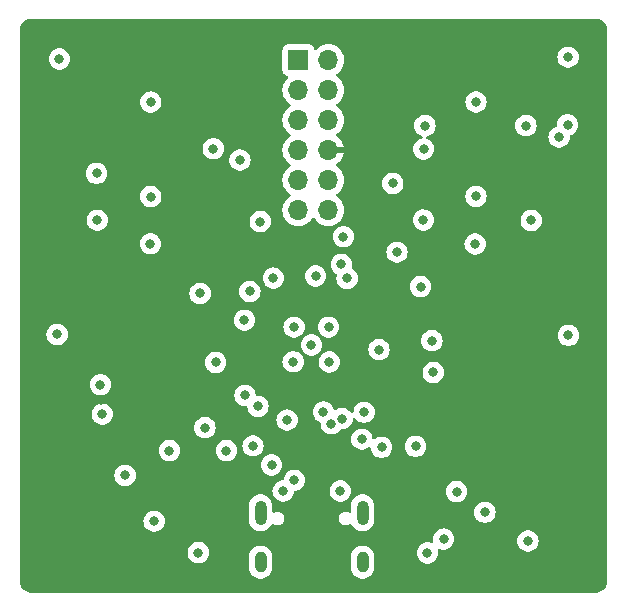
<source format=gbr>
%TF.GenerationSoftware,KiCad,Pcbnew,8.0.0*%
%TF.CreationDate,2024-03-20T17:10:03-04:00*%
%TF.ProjectId,AntEater,416e7445-6174-4657-922e-6b696361645f,rev?*%
%TF.SameCoordinates,Original*%
%TF.FileFunction,Copper,L3,Inr*%
%TF.FilePolarity,Positive*%
%FSLAX46Y46*%
G04 Gerber Fmt 4.6, Leading zero omitted, Abs format (unit mm)*
G04 Created by KiCad (PCBNEW 8.0.0) date 2024-03-20 17:10:03*
%MOMM*%
%LPD*%
G01*
G04 APERTURE LIST*
%TA.AperFunction,ComponentPad*%
%ADD10O,1.000000X1.800000*%
%TD*%
%TA.AperFunction,ComponentPad*%
%ADD11O,1.000000X2.100000*%
%TD*%
%TA.AperFunction,ComponentPad*%
%ADD12O,1.700000X1.700000*%
%TD*%
%TA.AperFunction,ComponentPad*%
%ADD13R,1.700000X1.700000*%
%TD*%
%TA.AperFunction,ViaPad*%
%ADD14C,0.800000*%
%TD*%
%TA.AperFunction,ViaPad*%
%ADD15C,1.200000*%
%TD*%
G04 APERTURE END LIST*
D10*
%TO.N,/GND*%
%TO.C,J2*%
X144310000Y-118370000D03*
D11*
X144310000Y-114190000D03*
D10*
X135670000Y-118370000D03*
D11*
X135670000Y-114190000D03*
%TD*%
D12*
%TO.N,/GND*%
%TO.C,J3*%
X141410000Y-88570000D03*
X138870000Y-88570000D03*
%TO.N,/A0*%
X141410000Y-86030000D03*
%TO.N,/RX*%
X138870000Y-86030000D03*
%TO.N,VCCIO*%
X141410000Y-83490000D03*
%TO.N,/RST*%
X138870000Y-83490000D03*
%TO.N,/TX*%
X141410000Y-80950000D03*
%TO.N,/A1*%
X138870000Y-80950000D03*
%TO.N,/PLUG*%
X141410000Y-78410000D03*
%TO.N,/SDA*%
X138870000Y-78410000D03*
%TO.N,/SCL*%
X141410000Y-75870000D03*
D13*
%TO.N,/A2*%
X138870000Y-75870000D03*
%TD*%
D14*
%TO.N,/GND*%
X158300000Y-116590000D03*
X151170000Y-116420000D03*
X154660000Y-114150000D03*
%TO.N,VCCIO*%
X157040000Y-112420000D03*
%TO.N,/5V*%
X152260000Y-112400000D03*
%TO.N,/A0*%
X146860000Y-86310000D03*
%TO.N,/5V*%
X142410000Y-112340000D03*
X137580000Y-112340000D03*
%TO.N,VCCIO*%
X124640000Y-99340000D03*
%TO.N,/GND*%
X118447400Y-99093600D03*
X136745474Y-94327349D03*
X140986417Y-105670000D03*
X130390000Y-117570000D03*
X153837950Y-91430000D03*
X141427974Y-98477349D03*
X126346800Y-91421800D03*
X130950000Y-106980000D03*
X138427974Y-101407349D03*
X135025474Y-108527349D03*
X122260000Y-105840000D03*
X139975474Y-99982349D03*
X148785474Y-108567349D03*
X141477974Y-101427349D03*
X144430000Y-105685000D03*
X149800000Y-117600000D03*
X145695474Y-100382349D03*
X149220474Y-95047349D03*
X142568065Y-106215000D03*
X161703600Y-75624000D03*
X135447821Y-105189696D03*
X138507974Y-98477349D03*
X126372200Y-87421800D03*
X122110000Y-103350000D03*
X142990474Y-94347349D03*
X150285474Y-102317349D03*
X124200000Y-111030000D03*
X144245474Y-107967349D03*
X132775474Y-108927349D03*
X134296411Y-97886411D03*
X130547974Y-95627349D03*
X131867974Y-101457349D03*
X118625200Y-75776400D03*
X153905800Y-87409600D03*
X126657500Y-114910000D03*
X153905800Y-79409600D03*
X161729000Y-99169800D03*
X126372200Y-79421800D03*
X137915474Y-106347349D03*
%TO.N,VCORE*%
X134345474Y-104257349D03*
X141650000Y-106650000D03*
X134755474Y-95457349D03*
X142505474Y-93167349D03*
%TO.N,/SCL*%
X161670000Y-81340000D03*
X158127800Y-81409600D03*
%TO.N,/SDA*%
X160940000Y-82370000D03*
X149580000Y-81409600D03*
%TO.N,/PLUG*%
X131660000Y-83370000D03*
X149480000Y-83390000D03*
%TO.N,/A0*%
X121780000Y-85450000D03*
%TO.N,/RX*%
X150175474Y-99617349D03*
X140335474Y-94137349D03*
X147214600Y-92134600D03*
X135635000Y-89535000D03*
X158580000Y-89440000D03*
X121838200Y-89421800D03*
%TO.N,/TX*%
X149449600Y-89409600D03*
X142677974Y-90817349D03*
X133920000Y-84330000D03*
%TO.N,Net-(U2-VPHY)*%
X145905474Y-108647349D03*
X136595474Y-110147349D03*
%TO.N,VCCIO*%
X123235474Y-106897349D03*
X145695474Y-102257349D03*
X148955474Y-110447349D03*
D15*
X121890000Y-93410000D03*
D14*
X132230000Y-98160000D03*
X138830000Y-93820000D03*
X120900000Y-101780000D03*
X149797974Y-106147349D03*
X130970000Y-98140000D03*
D15*
X158580000Y-93450000D03*
D14*
X122125474Y-104637349D03*
X134523118Y-100906579D03*
X145727974Y-96732349D03*
%TO.N,Net-(U2-REF)*%
X127937500Y-108930000D03*
X138520474Y-111440000D03*
%TD*%
%TA.AperFunction,Conductor*%
%TO.N,VCCIO*%
G36*
X164041509Y-72380037D02*
G01*
X164047232Y-72380177D01*
X164127583Y-72382145D01*
X164148728Y-72384490D01*
X164319013Y-72418362D01*
X164342261Y-72425413D01*
X164501257Y-72491272D01*
X164522692Y-72502730D01*
X164665775Y-72598335D01*
X164684565Y-72613756D01*
X164806243Y-72735434D01*
X164821664Y-72754224D01*
X164917269Y-72897307D01*
X164928728Y-72918745D01*
X164994583Y-73077731D01*
X165001639Y-73100993D01*
X165035508Y-73271266D01*
X165037854Y-73292419D01*
X165039963Y-73378488D01*
X165040000Y-73381526D01*
X165040000Y-119958473D01*
X165039963Y-119961511D01*
X165037854Y-120047580D01*
X165035508Y-120068733D01*
X165001639Y-120239006D01*
X164994583Y-120262268D01*
X164928728Y-120421254D01*
X164917269Y-120442692D01*
X164821664Y-120585775D01*
X164806243Y-120604565D01*
X164684565Y-120726243D01*
X164665775Y-120741664D01*
X164522692Y-120837269D01*
X164501254Y-120848728D01*
X164342268Y-120914583D01*
X164319006Y-120921639D01*
X164148733Y-120955508D01*
X164127580Y-120957854D01*
X164044250Y-120959895D01*
X164041509Y-120959963D01*
X164038473Y-120960000D01*
X116271527Y-120960000D01*
X116268490Y-120959963D01*
X116182420Y-120957854D01*
X116161266Y-120955508D01*
X115990993Y-120921639D01*
X115967731Y-120914583D01*
X115808745Y-120848728D01*
X115787307Y-120837269D01*
X115644224Y-120741664D01*
X115625434Y-120726243D01*
X115503756Y-120604565D01*
X115488335Y-120585775D01*
X115392730Y-120442692D01*
X115381271Y-120421254D01*
X115315413Y-120262261D01*
X115308362Y-120239013D01*
X115274490Y-120068728D01*
X115272145Y-120047583D01*
X115270037Y-119961509D01*
X115270000Y-119958473D01*
X115270000Y-118868543D01*
X134669499Y-118868543D01*
X134707947Y-119061829D01*
X134707950Y-119061839D01*
X134783364Y-119243907D01*
X134783371Y-119243920D01*
X134892860Y-119407781D01*
X134892863Y-119407785D01*
X135032214Y-119547136D01*
X135032218Y-119547139D01*
X135196079Y-119656628D01*
X135196092Y-119656635D01*
X135378160Y-119732049D01*
X135378165Y-119732051D01*
X135378169Y-119732051D01*
X135378170Y-119732052D01*
X135571456Y-119770500D01*
X135571459Y-119770500D01*
X135768543Y-119770500D01*
X135898582Y-119744632D01*
X135961835Y-119732051D01*
X136143914Y-119656632D01*
X136307782Y-119547139D01*
X136447139Y-119407782D01*
X136556632Y-119243914D01*
X136632051Y-119061835D01*
X136670500Y-118868543D01*
X143309499Y-118868543D01*
X143347947Y-119061829D01*
X143347950Y-119061839D01*
X143423364Y-119243907D01*
X143423371Y-119243920D01*
X143532860Y-119407781D01*
X143532863Y-119407785D01*
X143672214Y-119547136D01*
X143672218Y-119547139D01*
X143836079Y-119656628D01*
X143836092Y-119656635D01*
X144018160Y-119732049D01*
X144018165Y-119732051D01*
X144018169Y-119732051D01*
X144018170Y-119732052D01*
X144211456Y-119770500D01*
X144211459Y-119770500D01*
X144408543Y-119770500D01*
X144538582Y-119744632D01*
X144601835Y-119732051D01*
X144783914Y-119656632D01*
X144947782Y-119547139D01*
X145087139Y-119407782D01*
X145196632Y-119243914D01*
X145272051Y-119061835D01*
X145310500Y-118868541D01*
X145310500Y-117871459D01*
X145310500Y-117871456D01*
X145272052Y-117678170D01*
X145272051Y-117678169D01*
X145272051Y-117678165D01*
X145272049Y-117678160D01*
X145239675Y-117600000D01*
X148894540Y-117600000D01*
X148914326Y-117788256D01*
X148914327Y-117788259D01*
X148972818Y-117968277D01*
X148972821Y-117968284D01*
X149067467Y-118132216D01*
X149167117Y-118242888D01*
X149194129Y-118272888D01*
X149347265Y-118384148D01*
X149347270Y-118384151D01*
X149520192Y-118461142D01*
X149520197Y-118461144D01*
X149705354Y-118500500D01*
X149705355Y-118500500D01*
X149894644Y-118500500D01*
X149894646Y-118500500D01*
X150079803Y-118461144D01*
X150252730Y-118384151D01*
X150405871Y-118272888D01*
X150532533Y-118132216D01*
X150627179Y-117968284D01*
X150685674Y-117788256D01*
X150705460Y-117600000D01*
X150685674Y-117411744D01*
X150685671Y-117411737D01*
X150684322Y-117405383D01*
X150687177Y-117404776D01*
X150685531Y-117347664D01*
X150721595Y-117287821D01*
X150784288Y-117256976D01*
X150853704Y-117264922D01*
X150855891Y-117265869D01*
X150890197Y-117281144D01*
X151075354Y-117320500D01*
X151075355Y-117320500D01*
X151264644Y-117320500D01*
X151264646Y-117320500D01*
X151449803Y-117281144D01*
X151622730Y-117204151D01*
X151775871Y-117092888D01*
X151902533Y-116952216D01*
X151997179Y-116788284D01*
X152055674Y-116608256D01*
X152057593Y-116590000D01*
X157394540Y-116590000D01*
X157414326Y-116778256D01*
X157414327Y-116778259D01*
X157472818Y-116958277D01*
X157472821Y-116958284D01*
X157567467Y-117122216D01*
X157639055Y-117201722D01*
X157694129Y-117262888D01*
X157847265Y-117374148D01*
X157847270Y-117374151D01*
X158020192Y-117451142D01*
X158020197Y-117451144D01*
X158205354Y-117490500D01*
X158205355Y-117490500D01*
X158394644Y-117490500D01*
X158394646Y-117490500D01*
X158579803Y-117451144D01*
X158752730Y-117374151D01*
X158905871Y-117262888D01*
X159032533Y-117122216D01*
X159127179Y-116958284D01*
X159185674Y-116778256D01*
X159205460Y-116590000D01*
X159185674Y-116401744D01*
X159127179Y-116221716D01*
X159032533Y-116057784D01*
X158905871Y-115917112D01*
X158865506Y-115887785D01*
X158752734Y-115805851D01*
X158752729Y-115805848D01*
X158579807Y-115728857D01*
X158579802Y-115728855D01*
X158416513Y-115694148D01*
X158394646Y-115689500D01*
X158205354Y-115689500D01*
X158183487Y-115694148D01*
X158020197Y-115728855D01*
X158020192Y-115728857D01*
X157847270Y-115805848D01*
X157847265Y-115805851D01*
X157694129Y-115917111D01*
X157567466Y-116057785D01*
X157472821Y-116221715D01*
X157472818Y-116221722D01*
X157414327Y-116401740D01*
X157414326Y-116401744D01*
X157394540Y-116590000D01*
X152057593Y-116590000D01*
X152075460Y-116420000D01*
X152055674Y-116231744D01*
X151997179Y-116051716D01*
X151902533Y-115887784D01*
X151775871Y-115747112D01*
X151775870Y-115747111D01*
X151622734Y-115635851D01*
X151622729Y-115635848D01*
X151449807Y-115558857D01*
X151449802Y-115558855D01*
X151304001Y-115527865D01*
X151264646Y-115519500D01*
X151075354Y-115519500D01*
X151042897Y-115526398D01*
X150890197Y-115558855D01*
X150890192Y-115558857D01*
X150717270Y-115635848D01*
X150717265Y-115635851D01*
X150564129Y-115747111D01*
X150437466Y-115887785D01*
X150342821Y-116051715D01*
X150342818Y-116051722D01*
X150287584Y-116221716D01*
X150284326Y-116231744D01*
X150264540Y-116420000D01*
X150282407Y-116590000D01*
X150284327Y-116608261D01*
X150285678Y-116614617D01*
X150282850Y-116615217D01*
X150284425Y-116672498D01*
X150248280Y-116732291D01*
X150185546Y-116763052D01*
X150116140Y-116755012D01*
X150114098Y-116754125D01*
X150079802Y-116738855D01*
X149934001Y-116707865D01*
X149894646Y-116699500D01*
X149705354Y-116699500D01*
X149672897Y-116706398D01*
X149520197Y-116738855D01*
X149520192Y-116738857D01*
X149347270Y-116815848D01*
X149347265Y-116815851D01*
X149194129Y-116927111D01*
X149067466Y-117067785D01*
X148972821Y-117231715D01*
X148972818Y-117231722D01*
X148916590Y-117404776D01*
X148914326Y-117411744D01*
X148894540Y-117600000D01*
X145239675Y-117600000D01*
X145196635Y-117496092D01*
X145196628Y-117496079D01*
X145087139Y-117332218D01*
X145087136Y-117332214D01*
X144947785Y-117192863D01*
X144947781Y-117192860D01*
X144783920Y-117083371D01*
X144783907Y-117083364D01*
X144601839Y-117007950D01*
X144601829Y-117007947D01*
X144408543Y-116969500D01*
X144408541Y-116969500D01*
X144211459Y-116969500D01*
X144211457Y-116969500D01*
X144018170Y-117007947D01*
X144018160Y-117007950D01*
X143836092Y-117083364D01*
X143836079Y-117083371D01*
X143672218Y-117192860D01*
X143672214Y-117192863D01*
X143532863Y-117332214D01*
X143532860Y-117332218D01*
X143423371Y-117496079D01*
X143423364Y-117496092D01*
X143347950Y-117678160D01*
X143347947Y-117678170D01*
X143309500Y-117871456D01*
X143309500Y-117871459D01*
X143309500Y-118868541D01*
X143309500Y-118868543D01*
X143309499Y-118868543D01*
X136670500Y-118868543D01*
X136670500Y-118868541D01*
X136670500Y-117871459D01*
X136670500Y-117871456D01*
X136632052Y-117678170D01*
X136632051Y-117678169D01*
X136632051Y-117678165D01*
X136632049Y-117678160D01*
X136556635Y-117496092D01*
X136556628Y-117496079D01*
X136447139Y-117332218D01*
X136447136Y-117332214D01*
X136307785Y-117192863D01*
X136307781Y-117192860D01*
X136143920Y-117083371D01*
X136143907Y-117083364D01*
X135961839Y-117007950D01*
X135961829Y-117007947D01*
X135768543Y-116969500D01*
X135768541Y-116969500D01*
X135571459Y-116969500D01*
X135571457Y-116969500D01*
X135378170Y-117007947D01*
X135378160Y-117007950D01*
X135196092Y-117083364D01*
X135196079Y-117083371D01*
X135032218Y-117192860D01*
X135032214Y-117192863D01*
X134892863Y-117332214D01*
X134892860Y-117332218D01*
X134783371Y-117496079D01*
X134783364Y-117496092D01*
X134707950Y-117678160D01*
X134707947Y-117678170D01*
X134669500Y-117871456D01*
X134669500Y-117871459D01*
X134669500Y-118868541D01*
X134669500Y-118868543D01*
X134669499Y-118868543D01*
X115270000Y-118868543D01*
X115270000Y-117570000D01*
X129484540Y-117570000D01*
X129504326Y-117758256D01*
X129504327Y-117758259D01*
X129562818Y-117938277D01*
X129562821Y-117938284D01*
X129657467Y-118102216D01*
X129784129Y-118242888D01*
X129937265Y-118354148D01*
X129937270Y-118354151D01*
X130110192Y-118431142D01*
X130110197Y-118431144D01*
X130295354Y-118470500D01*
X130295355Y-118470500D01*
X130484644Y-118470500D01*
X130484646Y-118470500D01*
X130669803Y-118431144D01*
X130842730Y-118354151D01*
X130995871Y-118242888D01*
X131122533Y-118102216D01*
X131217179Y-117938284D01*
X131275674Y-117758256D01*
X131295460Y-117570000D01*
X131275674Y-117381744D01*
X131217179Y-117201716D01*
X131122533Y-117037784D01*
X130995871Y-116897112D01*
X130995870Y-116897111D01*
X130842734Y-116785851D01*
X130842729Y-116785848D01*
X130669807Y-116708857D01*
X130669802Y-116708855D01*
X130524001Y-116677865D01*
X130484646Y-116669500D01*
X130295354Y-116669500D01*
X130262897Y-116676398D01*
X130110197Y-116708855D01*
X130110192Y-116708857D01*
X129937270Y-116785848D01*
X129937265Y-116785851D01*
X129784129Y-116897111D01*
X129657466Y-117037785D01*
X129562821Y-117201715D01*
X129562818Y-117201722D01*
X129520419Y-117332214D01*
X129504326Y-117381744D01*
X129484540Y-117570000D01*
X115270000Y-117570000D01*
X115270000Y-114910000D01*
X125752040Y-114910000D01*
X125771826Y-115098256D01*
X125771827Y-115098259D01*
X125830318Y-115278277D01*
X125830321Y-115278284D01*
X125924967Y-115442216D01*
X126029991Y-115558857D01*
X126051629Y-115582888D01*
X126204765Y-115694148D01*
X126204770Y-115694151D01*
X126377692Y-115771142D01*
X126377697Y-115771144D01*
X126562854Y-115810500D01*
X126562855Y-115810500D01*
X126752144Y-115810500D01*
X126752146Y-115810500D01*
X126937303Y-115771144D01*
X127110230Y-115694151D01*
X127263371Y-115582888D01*
X127390033Y-115442216D01*
X127484679Y-115278284D01*
X127543174Y-115098256D01*
X127562960Y-114910000D01*
X127555450Y-114838543D01*
X134669499Y-114838543D01*
X134707947Y-115031829D01*
X134707950Y-115031839D01*
X134783364Y-115213907D01*
X134783371Y-115213920D01*
X134892860Y-115377781D01*
X134892863Y-115377785D01*
X135032214Y-115517136D01*
X135032218Y-115517139D01*
X135196079Y-115626628D01*
X135196092Y-115626635D01*
X135378160Y-115702049D01*
X135378165Y-115702051D01*
X135378169Y-115702051D01*
X135378170Y-115702052D01*
X135571456Y-115740500D01*
X135571459Y-115740500D01*
X135768543Y-115740500D01*
X135898582Y-115714632D01*
X135961835Y-115702051D01*
X136121662Y-115635849D01*
X136143907Y-115626635D01*
X136143907Y-115626634D01*
X136143914Y-115626632D01*
X136307782Y-115517139D01*
X136447139Y-115377782D01*
X136556632Y-115213914D01*
X136560540Y-115204478D01*
X136604376Y-115150074D01*
X136670669Y-115128004D01*
X136738369Y-115145279D01*
X136743028Y-115148432D01*
X136746633Y-115150513D01*
X136746635Y-115150515D01*
X136877865Y-115226281D01*
X137024234Y-115265500D01*
X137024236Y-115265500D01*
X137175764Y-115265500D01*
X137175766Y-115265500D01*
X137322135Y-115226281D01*
X137453365Y-115150515D01*
X137560515Y-115043365D01*
X137636281Y-114912135D01*
X137675500Y-114765766D01*
X137675500Y-114765765D01*
X142304500Y-114765765D01*
X142343719Y-114912136D01*
X142356428Y-114934148D01*
X142419485Y-115043365D01*
X142526635Y-115150515D01*
X142657865Y-115226281D01*
X142804234Y-115265500D01*
X142804236Y-115265500D01*
X142955764Y-115265500D01*
X142955766Y-115265500D01*
X143102135Y-115226281D01*
X143233365Y-115150515D01*
X143233366Y-115150513D01*
X143240403Y-115146451D01*
X143241749Y-115148783D01*
X143294553Y-115128357D01*
X143363001Y-115142381D01*
X143413001Y-115191185D01*
X143419458Y-115204474D01*
X143423367Y-115213913D01*
X143423371Y-115213920D01*
X143532860Y-115377781D01*
X143532863Y-115377785D01*
X143672214Y-115517136D01*
X143672218Y-115517139D01*
X143836079Y-115626628D01*
X143836092Y-115626635D01*
X144018160Y-115702049D01*
X144018165Y-115702051D01*
X144018169Y-115702051D01*
X144018170Y-115702052D01*
X144211456Y-115740500D01*
X144211459Y-115740500D01*
X144408543Y-115740500D01*
X144538582Y-115714632D01*
X144601835Y-115702051D01*
X144761662Y-115635849D01*
X144783907Y-115626635D01*
X144783907Y-115626634D01*
X144783914Y-115626632D01*
X144947782Y-115517139D01*
X145087139Y-115377782D01*
X145196632Y-115213914D01*
X145272051Y-115031835D01*
X145310500Y-114838541D01*
X145310500Y-114150000D01*
X153754540Y-114150000D01*
X153774326Y-114338256D01*
X153774327Y-114338259D01*
X153832818Y-114518277D01*
X153832821Y-114518284D01*
X153927467Y-114682216D01*
X154002694Y-114765764D01*
X154054129Y-114822888D01*
X154207265Y-114934148D01*
X154207270Y-114934151D01*
X154380192Y-115011142D01*
X154380197Y-115011144D01*
X154565354Y-115050500D01*
X154565355Y-115050500D01*
X154754644Y-115050500D01*
X154754646Y-115050500D01*
X154939803Y-115011144D01*
X155112730Y-114934151D01*
X155265871Y-114822888D01*
X155392533Y-114682216D01*
X155487179Y-114518284D01*
X155545674Y-114338256D01*
X155565460Y-114150000D01*
X155545674Y-113961744D01*
X155487179Y-113781716D01*
X155392533Y-113617784D01*
X155265871Y-113477112D01*
X155265870Y-113477111D01*
X155112734Y-113365851D01*
X155112729Y-113365848D01*
X154939807Y-113288857D01*
X154939802Y-113288855D01*
X154794001Y-113257865D01*
X154754646Y-113249500D01*
X154565354Y-113249500D01*
X154532897Y-113256398D01*
X154380197Y-113288855D01*
X154380192Y-113288857D01*
X154207270Y-113365848D01*
X154207265Y-113365851D01*
X154054129Y-113477111D01*
X153927466Y-113617785D01*
X153832821Y-113781715D01*
X153832818Y-113781722D01*
X153774327Y-113961740D01*
X153774326Y-113961744D01*
X153754540Y-114150000D01*
X145310500Y-114150000D01*
X145310500Y-113541459D01*
X145310500Y-113541456D01*
X145272052Y-113348170D01*
X145272051Y-113348169D01*
X145272051Y-113348165D01*
X145227455Y-113240500D01*
X145196635Y-113166092D01*
X145196628Y-113166079D01*
X145087139Y-113002218D01*
X145087136Y-113002214D01*
X144947785Y-112862863D01*
X144947781Y-112862860D01*
X144783920Y-112753371D01*
X144783907Y-112753364D01*
X144601839Y-112677950D01*
X144601829Y-112677947D01*
X144408543Y-112639500D01*
X144408541Y-112639500D01*
X144211459Y-112639500D01*
X144211457Y-112639500D01*
X144018170Y-112677947D01*
X144018160Y-112677950D01*
X143836092Y-112753364D01*
X143836079Y-112753371D01*
X143672218Y-112862860D01*
X143672214Y-112862863D01*
X143532863Y-113002214D01*
X143532860Y-113002218D01*
X143423371Y-113166079D01*
X143423364Y-113166092D01*
X143347950Y-113348160D01*
X143347947Y-113348170D01*
X143309500Y-113541456D01*
X143309500Y-114058666D01*
X143289815Y-114125705D01*
X143237011Y-114171460D01*
X143167853Y-114181404D01*
X143123501Y-114166054D01*
X143102137Y-114153719D01*
X142998129Y-114125851D01*
X142955766Y-114114500D01*
X142804234Y-114114500D01*
X142657863Y-114153719D01*
X142526635Y-114229485D01*
X142526632Y-114229487D01*
X142419487Y-114336632D01*
X142419485Y-114336635D01*
X142343719Y-114467863D01*
X142304500Y-114614234D01*
X142304500Y-114765765D01*
X137675500Y-114765765D01*
X137675500Y-114614234D01*
X137636281Y-114467865D01*
X137560515Y-114336635D01*
X137453365Y-114229485D01*
X137370087Y-114181404D01*
X137322136Y-114153719D01*
X137218129Y-114125851D01*
X137175766Y-114114500D01*
X137024234Y-114114500D01*
X136877862Y-114153719D01*
X136856499Y-114166054D01*
X136788598Y-114182525D01*
X136722572Y-114159673D01*
X136679382Y-114104751D01*
X136670500Y-114058666D01*
X136670500Y-113541456D01*
X136632052Y-113348170D01*
X136632051Y-113348169D01*
X136632051Y-113348165D01*
X136587455Y-113240500D01*
X136556635Y-113166092D01*
X136556628Y-113166079D01*
X136447139Y-113002218D01*
X136447136Y-113002214D01*
X136307785Y-112862863D01*
X136307781Y-112862860D01*
X136143920Y-112753371D01*
X136143907Y-112753364D01*
X135961839Y-112677950D01*
X135961829Y-112677947D01*
X135768543Y-112639500D01*
X135768541Y-112639500D01*
X135571459Y-112639500D01*
X135571457Y-112639500D01*
X135378170Y-112677947D01*
X135378160Y-112677950D01*
X135196092Y-112753364D01*
X135196079Y-112753371D01*
X135032218Y-112862860D01*
X135032214Y-112862863D01*
X134892863Y-113002214D01*
X134892860Y-113002218D01*
X134783371Y-113166079D01*
X134783364Y-113166092D01*
X134707950Y-113348160D01*
X134707947Y-113348170D01*
X134669500Y-113541456D01*
X134669500Y-113541459D01*
X134669500Y-114838541D01*
X134669500Y-114838543D01*
X134669499Y-114838543D01*
X127555450Y-114838543D01*
X127543174Y-114721744D01*
X127484679Y-114541716D01*
X127390033Y-114377784D01*
X127263371Y-114237112D01*
X127252876Y-114229487D01*
X127110234Y-114125851D01*
X127110229Y-114125848D01*
X126937307Y-114048857D01*
X126937302Y-114048855D01*
X126791501Y-114017865D01*
X126752146Y-114009500D01*
X126562854Y-114009500D01*
X126530397Y-114016398D01*
X126377697Y-114048855D01*
X126377692Y-114048857D01*
X126204770Y-114125848D01*
X126204765Y-114125851D01*
X126051629Y-114237111D01*
X125924966Y-114377785D01*
X125830321Y-114541715D01*
X125830318Y-114541722D01*
X125771827Y-114721740D01*
X125771826Y-114721744D01*
X125752040Y-114910000D01*
X115270000Y-114910000D01*
X115270000Y-112340000D01*
X136674540Y-112340000D01*
X136694326Y-112528256D01*
X136694327Y-112528259D01*
X136752818Y-112708277D01*
X136752821Y-112708284D01*
X136847467Y-112872216D01*
X136964518Y-113002214D01*
X136974129Y-113012888D01*
X137127265Y-113124148D01*
X137127270Y-113124151D01*
X137300192Y-113201142D01*
X137300197Y-113201144D01*
X137485354Y-113240500D01*
X137485355Y-113240500D01*
X137674644Y-113240500D01*
X137674646Y-113240500D01*
X137859803Y-113201144D01*
X138032730Y-113124151D01*
X138185871Y-113012888D01*
X138312533Y-112872216D01*
X138407179Y-112708284D01*
X138465674Y-112528256D01*
X138473737Y-112451539D01*
X138500321Y-112386925D01*
X138557618Y-112346939D01*
X138597058Y-112340500D01*
X138615118Y-112340500D01*
X138615120Y-112340500D01*
X138617472Y-112340000D01*
X141504540Y-112340000D01*
X141524326Y-112528256D01*
X141524327Y-112528259D01*
X141582818Y-112708277D01*
X141582821Y-112708284D01*
X141677467Y-112872216D01*
X141794518Y-113002214D01*
X141804129Y-113012888D01*
X141957265Y-113124148D01*
X141957270Y-113124151D01*
X142130192Y-113201142D01*
X142130197Y-113201144D01*
X142315354Y-113240500D01*
X142315355Y-113240500D01*
X142504644Y-113240500D01*
X142504646Y-113240500D01*
X142689803Y-113201144D01*
X142862730Y-113124151D01*
X143015871Y-113012888D01*
X143142533Y-112872216D01*
X143237179Y-112708284D01*
X143295674Y-112528256D01*
X143309154Y-112400000D01*
X151354540Y-112400000D01*
X151374326Y-112588256D01*
X151374327Y-112588259D01*
X151432818Y-112768277D01*
X151432821Y-112768284D01*
X151527467Y-112932216D01*
X151600105Y-113012888D01*
X151654129Y-113072888D01*
X151807265Y-113184148D01*
X151807270Y-113184151D01*
X151980192Y-113261142D01*
X151980197Y-113261144D01*
X152165354Y-113300500D01*
X152165355Y-113300500D01*
X152354644Y-113300500D01*
X152354646Y-113300500D01*
X152539803Y-113261144D01*
X152712730Y-113184151D01*
X152865871Y-113072888D01*
X152992533Y-112932216D01*
X153087179Y-112768284D01*
X153145674Y-112588256D01*
X153165460Y-112400000D01*
X153145674Y-112211744D01*
X153087179Y-112031716D01*
X152992533Y-111867784D01*
X152865871Y-111727112D01*
X152865870Y-111727111D01*
X152712734Y-111615851D01*
X152712729Y-111615848D01*
X152539807Y-111538857D01*
X152539802Y-111538855D01*
X152394001Y-111507865D01*
X152354646Y-111499500D01*
X152165354Y-111499500D01*
X152132897Y-111506398D01*
X151980197Y-111538855D01*
X151980192Y-111538857D01*
X151807270Y-111615848D01*
X151807265Y-111615851D01*
X151654129Y-111727111D01*
X151527466Y-111867785D01*
X151432821Y-112031715D01*
X151432818Y-112031722D01*
X151393821Y-112151744D01*
X151374326Y-112211744D01*
X151354540Y-112400000D01*
X143309154Y-112400000D01*
X143315460Y-112340000D01*
X143295674Y-112151744D01*
X143241112Y-111983823D01*
X143237181Y-111971722D01*
X143237180Y-111971721D01*
X143237179Y-111971716D01*
X143142533Y-111807784D01*
X143015871Y-111667112D01*
X143015870Y-111667111D01*
X142862734Y-111555851D01*
X142862729Y-111555848D01*
X142689807Y-111478857D01*
X142689802Y-111478855D01*
X142544001Y-111447865D01*
X142504646Y-111439500D01*
X142315354Y-111439500D01*
X142282897Y-111446398D01*
X142130197Y-111478855D01*
X142130192Y-111478857D01*
X141957270Y-111555848D01*
X141957265Y-111555851D01*
X141804129Y-111667111D01*
X141677466Y-111807785D01*
X141582821Y-111971715D01*
X141582818Y-111971722D01*
X141536951Y-112112888D01*
X141524326Y-112151744D01*
X141504540Y-112340000D01*
X138617472Y-112340000D01*
X138800277Y-112301144D01*
X138973204Y-112224151D01*
X139126345Y-112112888D01*
X139253007Y-111972216D01*
X139347653Y-111808284D01*
X139406148Y-111628256D01*
X139425934Y-111440000D01*
X139406148Y-111251744D01*
X139347653Y-111071716D01*
X139253007Y-110907784D01*
X139126345Y-110767112D01*
X139126344Y-110767111D01*
X138973208Y-110655851D01*
X138973203Y-110655848D01*
X138800281Y-110578857D01*
X138800276Y-110578855D01*
X138654475Y-110547865D01*
X138615120Y-110539500D01*
X138425828Y-110539500D01*
X138393371Y-110546398D01*
X138240671Y-110578855D01*
X138240666Y-110578857D01*
X138067744Y-110655848D01*
X138067739Y-110655851D01*
X137914603Y-110767111D01*
X137787940Y-110907785D01*
X137693295Y-111071715D01*
X137693292Y-111071722D01*
X137634799Y-111251745D01*
X137626737Y-111328461D01*
X137600153Y-111393075D01*
X137542856Y-111433061D01*
X137503416Y-111439500D01*
X137485354Y-111439500D01*
X137452897Y-111446398D01*
X137300197Y-111478855D01*
X137300192Y-111478857D01*
X137127270Y-111555848D01*
X137127265Y-111555851D01*
X136974129Y-111667111D01*
X136847466Y-111807785D01*
X136752821Y-111971715D01*
X136752818Y-111971722D01*
X136706951Y-112112888D01*
X136694326Y-112151744D01*
X136674540Y-112340000D01*
X115270000Y-112340000D01*
X115270000Y-111030000D01*
X123294540Y-111030000D01*
X123314326Y-111218256D01*
X123314327Y-111218259D01*
X123372818Y-111398277D01*
X123372821Y-111398284D01*
X123467467Y-111562216D01*
X123526930Y-111628256D01*
X123594129Y-111702888D01*
X123747265Y-111814148D01*
X123747270Y-111814151D01*
X123920192Y-111891142D01*
X123920197Y-111891144D01*
X124105354Y-111930500D01*
X124105355Y-111930500D01*
X124294644Y-111930500D01*
X124294646Y-111930500D01*
X124479803Y-111891144D01*
X124652730Y-111814151D01*
X124805871Y-111702888D01*
X124932533Y-111562216D01*
X125027179Y-111398284D01*
X125085674Y-111218256D01*
X125105460Y-111030000D01*
X125085674Y-110841744D01*
X125027179Y-110661716D01*
X124932533Y-110497784D01*
X124805871Y-110357112D01*
X124805870Y-110357111D01*
X124652734Y-110245851D01*
X124652729Y-110245848D01*
X124479807Y-110168857D01*
X124479802Y-110168855D01*
X124378621Y-110147349D01*
X135690014Y-110147349D01*
X135709800Y-110335605D01*
X135709801Y-110335608D01*
X135768292Y-110515626D01*
X135768295Y-110515633D01*
X135862941Y-110679565D01*
X135941768Y-110767111D01*
X135989603Y-110820237D01*
X136142739Y-110931497D01*
X136142744Y-110931500D01*
X136315666Y-111008491D01*
X136315671Y-111008493D01*
X136500828Y-111047849D01*
X136500829Y-111047849D01*
X136690118Y-111047849D01*
X136690120Y-111047849D01*
X136875277Y-111008493D01*
X137048204Y-110931500D01*
X137201345Y-110820237D01*
X137328007Y-110679565D01*
X137422653Y-110515633D01*
X137481148Y-110335605D01*
X137500934Y-110147349D01*
X137481148Y-109959093D01*
X137422653Y-109779065D01*
X137328007Y-109615133D01*
X137201345Y-109474461D01*
X137201344Y-109474460D01*
X137048208Y-109363200D01*
X137048203Y-109363197D01*
X136875281Y-109286206D01*
X136875276Y-109286204D01*
X136729475Y-109255214D01*
X136690120Y-109246849D01*
X136500828Y-109246849D01*
X136468371Y-109253747D01*
X136315671Y-109286204D01*
X136315666Y-109286206D01*
X136142744Y-109363197D01*
X136142739Y-109363200D01*
X135989603Y-109474460D01*
X135862940Y-109615134D01*
X135768295Y-109779064D01*
X135768292Y-109779071D01*
X135709801Y-109959089D01*
X135709800Y-109959093D01*
X135690014Y-110147349D01*
X124378621Y-110147349D01*
X124334001Y-110137865D01*
X124294646Y-110129500D01*
X124105354Y-110129500D01*
X124072897Y-110136398D01*
X123920197Y-110168855D01*
X123920192Y-110168857D01*
X123747270Y-110245848D01*
X123747265Y-110245851D01*
X123594129Y-110357111D01*
X123467466Y-110497785D01*
X123372821Y-110661715D01*
X123372818Y-110661722D01*
X123321314Y-110820237D01*
X123314326Y-110841744D01*
X123294540Y-111030000D01*
X115270000Y-111030000D01*
X115270000Y-108930000D01*
X127032040Y-108930000D01*
X127051826Y-109118256D01*
X127051827Y-109118259D01*
X127110318Y-109298277D01*
X127110321Y-109298284D01*
X127204967Y-109462216D01*
X127282072Y-109547849D01*
X127331629Y-109602888D01*
X127484765Y-109714148D01*
X127484770Y-109714151D01*
X127657692Y-109791142D01*
X127657697Y-109791144D01*
X127842854Y-109830500D01*
X127842855Y-109830500D01*
X128032144Y-109830500D01*
X128032146Y-109830500D01*
X128217303Y-109791144D01*
X128390230Y-109714151D01*
X128543371Y-109602888D01*
X128670033Y-109462216D01*
X128764679Y-109298284D01*
X128823174Y-109118256D01*
X128842960Y-108930000D01*
X128842681Y-108927349D01*
X131870014Y-108927349D01*
X131889800Y-109115605D01*
X131889801Y-109115608D01*
X131948292Y-109295626D01*
X131948295Y-109295633D01*
X132042941Y-109459565D01*
X132169603Y-109600237D01*
X132322739Y-109711497D01*
X132322744Y-109711500D01*
X132495666Y-109788491D01*
X132495671Y-109788493D01*
X132680828Y-109827849D01*
X132680829Y-109827849D01*
X132870118Y-109827849D01*
X132870120Y-109827849D01*
X133055277Y-109788493D01*
X133228204Y-109711500D01*
X133381345Y-109600237D01*
X133508007Y-109459565D01*
X133602653Y-109295633D01*
X133661148Y-109115605D01*
X133680934Y-108927349D01*
X133661148Y-108739093D01*
X133602653Y-108559065D01*
X133584342Y-108527349D01*
X134120014Y-108527349D01*
X134139800Y-108715605D01*
X134139801Y-108715608D01*
X134198292Y-108895626D01*
X134198295Y-108895633D01*
X134292941Y-109059565D01*
X134400988Y-109179563D01*
X134419603Y-109200237D01*
X134572739Y-109311497D01*
X134572744Y-109311500D01*
X134745666Y-109388491D01*
X134745671Y-109388493D01*
X134930828Y-109427849D01*
X134930829Y-109427849D01*
X135120118Y-109427849D01*
X135120120Y-109427849D01*
X135305277Y-109388493D01*
X135478204Y-109311500D01*
X135631345Y-109200237D01*
X135758007Y-109059565D01*
X135852653Y-108895633D01*
X135911148Y-108715605D01*
X135930934Y-108527349D01*
X135911148Y-108339093D01*
X135852653Y-108159065D01*
X135758007Y-107995133D01*
X135732990Y-107967349D01*
X143340014Y-107967349D01*
X143359800Y-108155605D01*
X143359801Y-108155608D01*
X143418292Y-108335626D01*
X143418295Y-108335633D01*
X143512941Y-108499565D01*
X143639603Y-108640237D01*
X143792739Y-108751497D01*
X143792744Y-108751500D01*
X143965666Y-108828491D01*
X143965671Y-108828493D01*
X144150828Y-108867849D01*
X144150829Y-108867849D01*
X144340118Y-108867849D01*
X144340120Y-108867849D01*
X144525277Y-108828493D01*
X144698204Y-108751500D01*
X144815018Y-108666629D01*
X144880822Y-108643151D01*
X144948875Y-108658976D01*
X144997570Y-108709082D01*
X145011221Y-108753986D01*
X145019800Y-108835605D01*
X145019801Y-108835608D01*
X145078292Y-109015626D01*
X145078295Y-109015633D01*
X145172941Y-109179565D01*
X145279830Y-109298277D01*
X145299603Y-109320237D01*
X145452739Y-109431497D01*
X145452744Y-109431500D01*
X145625666Y-109508491D01*
X145625671Y-109508493D01*
X145810828Y-109547849D01*
X145810829Y-109547849D01*
X146000118Y-109547849D01*
X146000120Y-109547849D01*
X146185277Y-109508493D01*
X146358204Y-109431500D01*
X146511345Y-109320237D01*
X146638007Y-109179565D01*
X146732653Y-109015633D01*
X146791148Y-108835605D01*
X146810934Y-108647349D01*
X146802526Y-108567349D01*
X147880014Y-108567349D01*
X147899800Y-108755605D01*
X147899801Y-108755608D01*
X147958292Y-108935626D01*
X147958295Y-108935633D01*
X148052941Y-109099565D01*
X148124972Y-109179563D01*
X148179603Y-109240237D01*
X148332739Y-109351497D01*
X148332744Y-109351500D01*
X148505666Y-109428491D01*
X148505671Y-109428493D01*
X148690828Y-109467849D01*
X148690829Y-109467849D01*
X148880118Y-109467849D01*
X148880120Y-109467849D01*
X149065277Y-109428493D01*
X149238204Y-109351500D01*
X149391345Y-109240237D01*
X149518007Y-109099565D01*
X149612653Y-108935633D01*
X149671148Y-108755605D01*
X149690934Y-108567349D01*
X149671148Y-108379093D01*
X149612653Y-108199065D01*
X149518007Y-108035133D01*
X149391345Y-107894461D01*
X149391344Y-107894460D01*
X149238208Y-107783200D01*
X149238203Y-107783197D01*
X149065281Y-107706206D01*
X149065276Y-107706204D01*
X148919475Y-107675214D01*
X148880120Y-107666849D01*
X148690828Y-107666849D01*
X148658371Y-107673747D01*
X148505671Y-107706204D01*
X148505666Y-107706206D01*
X148332744Y-107783197D01*
X148332739Y-107783200D01*
X148179603Y-107894460D01*
X148052940Y-108035134D01*
X147958295Y-108199064D01*
X147958292Y-108199071D01*
X147899801Y-108379089D01*
X147899800Y-108379093D01*
X147880014Y-108567349D01*
X146802526Y-108567349D01*
X146791148Y-108459093D01*
X146732653Y-108279065D01*
X146638007Y-108115133D01*
X146511345Y-107974461D01*
X146507333Y-107971546D01*
X146358208Y-107863200D01*
X146358203Y-107863197D01*
X146185281Y-107786206D01*
X146185276Y-107786204D01*
X146039475Y-107755214D01*
X146000120Y-107746849D01*
X145810828Y-107746849D01*
X145778371Y-107753747D01*
X145625671Y-107786204D01*
X145625666Y-107786206D01*
X145452745Y-107863197D01*
X145335931Y-107948067D01*
X145270124Y-107971546D01*
X145202071Y-107955720D01*
X145153376Y-107905614D01*
X145139726Y-107860713D01*
X145131148Y-107779093D01*
X145072653Y-107599065D01*
X144978007Y-107435133D01*
X144851345Y-107294461D01*
X144851344Y-107294460D01*
X144698208Y-107183200D01*
X144698203Y-107183197D01*
X144525281Y-107106206D01*
X144525276Y-107106204D01*
X144379475Y-107075214D01*
X144340120Y-107066849D01*
X144150828Y-107066849D01*
X144118371Y-107073747D01*
X143965671Y-107106204D01*
X143965666Y-107106206D01*
X143792744Y-107183197D01*
X143792739Y-107183200D01*
X143639603Y-107294460D01*
X143512940Y-107435134D01*
X143418295Y-107599064D01*
X143418292Y-107599071D01*
X143364656Y-107764148D01*
X143359800Y-107779093D01*
X143340014Y-107967349D01*
X135732990Y-107967349D01*
X135631345Y-107854461D01*
X135613013Y-107841142D01*
X135478208Y-107743200D01*
X135478203Y-107743197D01*
X135305281Y-107666206D01*
X135305276Y-107666204D01*
X135159475Y-107635214D01*
X135120120Y-107626849D01*
X134930828Y-107626849D01*
X134898371Y-107633747D01*
X134745671Y-107666204D01*
X134745666Y-107666206D01*
X134572744Y-107743197D01*
X134572739Y-107743200D01*
X134419603Y-107854460D01*
X134292940Y-107995134D01*
X134198295Y-108159064D01*
X134198292Y-108159071D01*
X134140924Y-108335633D01*
X134139800Y-108339093D01*
X134120014Y-108527349D01*
X133584342Y-108527349D01*
X133508007Y-108395133D01*
X133381345Y-108254461D01*
X133381344Y-108254460D01*
X133228208Y-108143200D01*
X133228203Y-108143197D01*
X133055281Y-108066206D01*
X133055276Y-108066204D01*
X132909093Y-108035133D01*
X132870120Y-108026849D01*
X132680828Y-108026849D01*
X132648371Y-108033747D01*
X132495671Y-108066204D01*
X132495666Y-108066206D01*
X132322744Y-108143197D01*
X132322739Y-108143200D01*
X132169603Y-108254460D01*
X132042940Y-108395134D01*
X131948295Y-108559064D01*
X131948292Y-108559071D01*
X131889801Y-108739089D01*
X131889800Y-108739093D01*
X131870014Y-108927349D01*
X128842681Y-108927349D01*
X128823174Y-108741744D01*
X128764679Y-108561716D01*
X128670033Y-108397784D01*
X128543371Y-108257112D01*
X128543370Y-108257111D01*
X128390234Y-108145851D01*
X128390229Y-108145848D01*
X128217307Y-108068857D01*
X128217302Y-108068855D01*
X128058647Y-108035133D01*
X128032146Y-108029500D01*
X127842854Y-108029500D01*
X127816353Y-108035133D01*
X127657697Y-108068855D01*
X127657692Y-108068857D01*
X127484770Y-108145848D01*
X127484765Y-108145851D01*
X127331629Y-108257111D01*
X127204966Y-108397785D01*
X127110321Y-108561715D01*
X127110318Y-108561722D01*
X127052687Y-108739093D01*
X127051826Y-108741744D01*
X127032040Y-108930000D01*
X115270000Y-108930000D01*
X115270000Y-106980000D01*
X130044540Y-106980000D01*
X130064326Y-107168256D01*
X130064327Y-107168259D01*
X130122818Y-107348277D01*
X130122821Y-107348284D01*
X130217467Y-107512216D01*
X130295672Y-107599071D01*
X130344129Y-107652888D01*
X130497265Y-107764148D01*
X130497270Y-107764151D01*
X130670192Y-107841142D01*
X130670197Y-107841144D01*
X130855354Y-107880500D01*
X130855355Y-107880500D01*
X131044644Y-107880500D01*
X131044646Y-107880500D01*
X131229803Y-107841144D01*
X131402730Y-107764151D01*
X131555871Y-107652888D01*
X131682533Y-107512216D01*
X131777179Y-107348284D01*
X131835674Y-107168256D01*
X131855460Y-106980000D01*
X131835674Y-106791744D01*
X131777179Y-106611716D01*
X131682533Y-106447784D01*
X131592101Y-106347349D01*
X137010014Y-106347349D01*
X137029800Y-106535605D01*
X137029801Y-106535608D01*
X137088292Y-106715626D01*
X137088295Y-106715633D01*
X137182941Y-106879565D01*
X137290614Y-106999148D01*
X137309603Y-107020237D01*
X137462739Y-107131497D01*
X137462744Y-107131500D01*
X137635666Y-107208491D01*
X137635671Y-107208493D01*
X137820828Y-107247849D01*
X137820829Y-107247849D01*
X138010118Y-107247849D01*
X138010120Y-107247849D01*
X138195277Y-107208493D01*
X138368204Y-107131500D01*
X138521345Y-107020237D01*
X138648007Y-106879565D01*
X138742653Y-106715633D01*
X138801148Y-106535605D01*
X138820934Y-106347349D01*
X138801148Y-106159093D01*
X138742653Y-105979065D01*
X138648007Y-105815133D01*
X138521345Y-105674461D01*
X138515205Y-105670000D01*
X140080957Y-105670000D01*
X140100743Y-105858256D01*
X140100744Y-105858259D01*
X140159235Y-106038277D01*
X140159238Y-106038284D01*
X140253884Y-106202216D01*
X140313364Y-106268275D01*
X140380546Y-106342888D01*
X140533682Y-106454148D01*
X140533687Y-106454151D01*
X140672476Y-106515945D01*
X140725713Y-106561195D01*
X140746034Y-106628044D01*
X140745361Y-106642180D01*
X140744540Y-106649994D01*
X140744540Y-106649997D01*
X140744540Y-106650000D01*
X140764326Y-106838256D01*
X140764327Y-106838259D01*
X140822818Y-107018277D01*
X140822821Y-107018284D01*
X140917467Y-107182216D01*
X141018532Y-107294460D01*
X141044129Y-107322888D01*
X141197265Y-107434148D01*
X141197270Y-107434151D01*
X141370192Y-107511142D01*
X141370197Y-107511144D01*
X141555354Y-107550500D01*
X141555355Y-107550500D01*
X141744644Y-107550500D01*
X141744646Y-107550500D01*
X141929803Y-107511144D01*
X142102730Y-107434151D01*
X142255871Y-107322888D01*
X142382533Y-107182216D01*
X142385258Y-107177495D01*
X142435827Y-107129282D01*
X142492643Y-107115500D01*
X142662709Y-107115500D01*
X142662711Y-107115500D01*
X142847868Y-107076144D01*
X143020795Y-106999151D01*
X143173936Y-106887888D01*
X143300598Y-106747216D01*
X143395244Y-106583284D01*
X143453739Y-106403256D01*
X143467925Y-106268272D01*
X143494509Y-106203660D01*
X143551807Y-106163675D01*
X143621626Y-106161015D01*
X143681799Y-106196524D01*
X143693379Y-106212148D01*
X143693645Y-106211956D01*
X143697465Y-106217214D01*
X143824129Y-106357888D01*
X143977265Y-106469148D01*
X143977270Y-106469151D01*
X144150192Y-106546142D01*
X144150197Y-106546144D01*
X144335354Y-106585500D01*
X144335355Y-106585500D01*
X144524644Y-106585500D01*
X144524646Y-106585500D01*
X144709803Y-106546144D01*
X144882730Y-106469151D01*
X145035871Y-106357888D01*
X145162533Y-106217216D01*
X145257179Y-106053284D01*
X145315674Y-105873256D01*
X145335460Y-105685000D01*
X145315674Y-105496744D01*
X145257179Y-105316716D01*
X145162533Y-105152784D01*
X145035871Y-105012112D01*
X145035870Y-105012111D01*
X144882734Y-104900851D01*
X144882729Y-104900848D01*
X144709807Y-104823857D01*
X144709802Y-104823855D01*
X144548475Y-104789565D01*
X144524646Y-104784500D01*
X144335354Y-104784500D01*
X144311525Y-104789565D01*
X144150197Y-104823855D01*
X144150192Y-104823857D01*
X143977270Y-104900848D01*
X143977265Y-104900851D01*
X143824129Y-105012111D01*
X143697466Y-105152785D01*
X143602821Y-105316715D01*
X143602818Y-105316722D01*
X143544327Y-105496740D01*
X143544326Y-105496744D01*
X143534824Y-105587144D01*
X143530139Y-105631725D01*
X143503554Y-105696340D01*
X143446256Y-105736324D01*
X143376437Y-105738984D01*
X143316264Y-105703474D01*
X143304685Y-105687851D01*
X143304420Y-105688044D01*
X143300599Y-105682785D01*
X143173935Y-105542111D01*
X143020799Y-105430851D01*
X143020794Y-105430848D01*
X142847872Y-105353857D01*
X142847867Y-105353855D01*
X142702066Y-105322865D01*
X142662711Y-105314500D01*
X142473419Y-105314500D01*
X142440962Y-105321398D01*
X142288262Y-105353855D01*
X142288257Y-105353857D01*
X142115335Y-105430848D01*
X142115331Y-105430851D01*
X142043242Y-105483226D01*
X141977436Y-105506705D01*
X141909382Y-105490879D01*
X141860688Y-105440773D01*
X141852427Y-105421225D01*
X141813598Y-105301721D01*
X141813595Y-105301715D01*
X141718950Y-105137784D01*
X141592288Y-104997112D01*
X141592287Y-104997111D01*
X141439151Y-104885851D01*
X141439146Y-104885848D01*
X141266224Y-104808857D01*
X141266219Y-104808855D01*
X141120418Y-104777865D01*
X141081063Y-104769500D01*
X140891771Y-104769500D01*
X140859314Y-104776398D01*
X140706614Y-104808855D01*
X140706609Y-104808857D01*
X140533687Y-104885848D01*
X140533682Y-104885851D01*
X140380546Y-104997111D01*
X140253883Y-105137785D01*
X140159238Y-105301715D01*
X140159235Y-105301722D01*
X140104001Y-105471716D01*
X140100743Y-105481744D01*
X140080957Y-105670000D01*
X138515205Y-105670000D01*
X138490078Y-105651744D01*
X138368208Y-105563200D01*
X138368203Y-105563197D01*
X138195281Y-105486206D01*
X138195276Y-105486204D01*
X138049475Y-105455214D01*
X138010120Y-105446849D01*
X137820828Y-105446849D01*
X137788371Y-105453747D01*
X137635671Y-105486204D01*
X137635666Y-105486206D01*
X137462744Y-105563197D01*
X137462739Y-105563200D01*
X137309603Y-105674460D01*
X137182940Y-105815134D01*
X137088295Y-105979064D01*
X137088292Y-105979071D01*
X137029801Y-106159089D01*
X137029800Y-106159093D01*
X137010014Y-106347349D01*
X131592101Y-106347349D01*
X131555871Y-106307112D01*
X131555870Y-106307111D01*
X131402734Y-106195851D01*
X131402729Y-106195848D01*
X131229807Y-106118857D01*
X131229802Y-106118855D01*
X131084001Y-106087865D01*
X131044646Y-106079500D01*
X130855354Y-106079500D01*
X130822897Y-106086398D01*
X130670197Y-106118855D01*
X130670192Y-106118857D01*
X130497270Y-106195848D01*
X130497265Y-106195851D01*
X130344129Y-106307111D01*
X130217466Y-106447785D01*
X130122821Y-106611715D01*
X130122818Y-106611722D01*
X130078794Y-106747216D01*
X130064326Y-106791744D01*
X130044540Y-106980000D01*
X115270000Y-106980000D01*
X115270000Y-105840000D01*
X121354540Y-105840000D01*
X121374326Y-106028256D01*
X121374327Y-106028259D01*
X121432818Y-106208277D01*
X121432821Y-106208284D01*
X121527467Y-106372216D01*
X121595509Y-106447784D01*
X121654129Y-106512888D01*
X121807265Y-106624148D01*
X121807270Y-106624151D01*
X121980192Y-106701142D01*
X121980197Y-106701144D01*
X122165354Y-106740500D01*
X122165355Y-106740500D01*
X122354644Y-106740500D01*
X122354646Y-106740500D01*
X122539803Y-106701144D01*
X122712730Y-106624151D01*
X122865871Y-106512888D01*
X122992533Y-106372216D01*
X123087179Y-106208284D01*
X123145674Y-106028256D01*
X123165460Y-105840000D01*
X123145674Y-105651744D01*
X123087179Y-105471716D01*
X122992533Y-105307784D01*
X122865871Y-105167112D01*
X122853122Y-105157849D01*
X122712734Y-105055851D01*
X122712729Y-105055848D01*
X122539807Y-104978857D01*
X122539802Y-104978855D01*
X122394001Y-104947865D01*
X122354646Y-104939500D01*
X122165354Y-104939500D01*
X122132897Y-104946398D01*
X121980197Y-104978855D01*
X121980192Y-104978857D01*
X121807270Y-105055848D01*
X121807265Y-105055851D01*
X121654129Y-105167111D01*
X121527466Y-105307785D01*
X121432821Y-105471715D01*
X121432818Y-105471722D01*
X121374327Y-105651740D01*
X121374326Y-105651744D01*
X121354540Y-105840000D01*
X115270000Y-105840000D01*
X115270000Y-104257349D01*
X133440014Y-104257349D01*
X133459800Y-104445605D01*
X133459801Y-104445608D01*
X133518292Y-104625626D01*
X133518295Y-104625633D01*
X133612941Y-104789565D01*
X133643817Y-104823856D01*
X133739603Y-104930237D01*
X133892739Y-105041497D01*
X133892744Y-105041500D01*
X134065666Y-105118491D01*
X134065671Y-105118493D01*
X134250828Y-105157849D01*
X134250829Y-105157849D01*
X134427364Y-105157849D01*
X134494403Y-105177534D01*
X134540158Y-105230338D01*
X134550683Y-105268883D01*
X134562147Y-105377952D01*
X134562148Y-105377955D01*
X134620639Y-105557973D01*
X134620642Y-105557980D01*
X134715288Y-105721912D01*
X134728265Y-105736324D01*
X134841950Y-105862584D01*
X134995086Y-105973844D01*
X134995091Y-105973847D01*
X135168013Y-106050838D01*
X135168018Y-106050840D01*
X135353175Y-106090196D01*
X135353176Y-106090196D01*
X135542465Y-106090196D01*
X135542467Y-106090196D01*
X135727624Y-106050840D01*
X135900551Y-105973847D01*
X136053692Y-105862584D01*
X136180354Y-105721912D01*
X136275000Y-105557980D01*
X136333495Y-105377952D01*
X136353281Y-105189696D01*
X136333495Y-105001440D01*
X136275000Y-104821412D01*
X136180354Y-104657480D01*
X136053692Y-104516808D01*
X136053691Y-104516807D01*
X135900555Y-104405547D01*
X135900550Y-104405544D01*
X135727628Y-104328553D01*
X135727623Y-104328551D01*
X135581822Y-104297561D01*
X135542467Y-104289196D01*
X135365931Y-104289196D01*
X135298892Y-104269511D01*
X135253137Y-104216707D01*
X135242611Y-104178161D01*
X135231148Y-104069093D01*
X135172653Y-103889065D01*
X135078007Y-103725133D01*
X134951345Y-103584461D01*
X134951344Y-103584460D01*
X134798208Y-103473200D01*
X134798203Y-103473197D01*
X134625281Y-103396206D01*
X134625276Y-103396204D01*
X134479475Y-103365214D01*
X134440120Y-103356849D01*
X134250828Y-103356849D01*
X134218371Y-103363747D01*
X134065671Y-103396204D01*
X134065666Y-103396206D01*
X133892744Y-103473197D01*
X133892739Y-103473200D01*
X133739603Y-103584460D01*
X133612940Y-103725134D01*
X133518295Y-103889064D01*
X133518292Y-103889071D01*
X133474813Y-104022888D01*
X133459800Y-104069093D01*
X133440014Y-104257349D01*
X115270000Y-104257349D01*
X115270000Y-103350000D01*
X121204540Y-103350000D01*
X121224326Y-103538256D01*
X121224327Y-103538259D01*
X121282818Y-103718277D01*
X121282821Y-103718284D01*
X121377467Y-103882216D01*
X121504129Y-104022888D01*
X121657265Y-104134148D01*
X121657270Y-104134151D01*
X121830192Y-104211142D01*
X121830197Y-104211144D01*
X122015354Y-104250500D01*
X122015355Y-104250500D01*
X122204644Y-104250500D01*
X122204646Y-104250500D01*
X122389803Y-104211144D01*
X122562730Y-104134151D01*
X122715871Y-104022888D01*
X122842533Y-103882216D01*
X122937179Y-103718284D01*
X122995674Y-103538256D01*
X123015460Y-103350000D01*
X122995674Y-103161744D01*
X122937179Y-102981716D01*
X122842533Y-102817784D01*
X122715871Y-102677112D01*
X122715870Y-102677111D01*
X122562734Y-102565851D01*
X122562729Y-102565848D01*
X122389807Y-102488857D01*
X122389802Y-102488855D01*
X122244001Y-102457865D01*
X122204646Y-102449500D01*
X122015354Y-102449500D01*
X121982897Y-102456398D01*
X121830197Y-102488855D01*
X121830192Y-102488857D01*
X121657270Y-102565848D01*
X121657265Y-102565851D01*
X121504129Y-102677111D01*
X121377466Y-102817785D01*
X121282821Y-102981715D01*
X121282818Y-102981722D01*
X121224327Y-103161740D01*
X121224326Y-103161744D01*
X121204540Y-103350000D01*
X115270000Y-103350000D01*
X115270000Y-101457349D01*
X130962514Y-101457349D01*
X130982300Y-101645605D01*
X130982301Y-101645608D01*
X131040792Y-101825626D01*
X131040795Y-101825633D01*
X131135441Y-101989565D01*
X131217083Y-102080237D01*
X131262103Y-102130237D01*
X131415239Y-102241497D01*
X131415244Y-102241500D01*
X131588166Y-102318491D01*
X131588171Y-102318493D01*
X131773328Y-102357849D01*
X131773329Y-102357849D01*
X131962618Y-102357849D01*
X131962620Y-102357849D01*
X132147777Y-102318493D01*
X132320704Y-102241500D01*
X132473845Y-102130237D01*
X132600507Y-101989565D01*
X132695153Y-101825633D01*
X132753648Y-101645605D01*
X132773434Y-101457349D01*
X132768179Y-101407349D01*
X137522514Y-101407349D01*
X137542300Y-101595605D01*
X137542301Y-101595608D01*
X137600792Y-101775626D01*
X137600795Y-101775633D01*
X137695441Y-101939565D01*
X137822103Y-102080237D01*
X137975239Y-102191497D01*
X137975244Y-102191500D01*
X138148166Y-102268491D01*
X138148171Y-102268493D01*
X138333328Y-102307849D01*
X138333329Y-102307849D01*
X138522618Y-102307849D01*
X138522620Y-102307849D01*
X138707777Y-102268493D01*
X138880704Y-102191500D01*
X139033845Y-102080237D01*
X139160507Y-101939565D01*
X139255153Y-101775633D01*
X139313648Y-101595605D01*
X139331332Y-101427349D01*
X140572514Y-101427349D01*
X140592300Y-101615605D01*
X140592301Y-101615608D01*
X140650792Y-101795626D01*
X140650795Y-101795633D01*
X140745441Y-101959565D01*
X140854095Y-102080237D01*
X140872103Y-102100237D01*
X141025239Y-102211497D01*
X141025244Y-102211500D01*
X141198166Y-102288491D01*
X141198171Y-102288493D01*
X141383328Y-102327849D01*
X141383329Y-102327849D01*
X141572618Y-102327849D01*
X141572620Y-102327849D01*
X141622019Y-102317349D01*
X149380014Y-102317349D01*
X149399800Y-102505605D01*
X149399801Y-102505608D01*
X149458292Y-102685626D01*
X149458295Y-102685633D01*
X149552941Y-102849565D01*
X149671930Y-102981715D01*
X149679603Y-102990237D01*
X149832739Y-103101497D01*
X149832744Y-103101500D01*
X150005666Y-103178491D01*
X150005671Y-103178493D01*
X150190828Y-103217849D01*
X150190829Y-103217849D01*
X150380118Y-103217849D01*
X150380120Y-103217849D01*
X150565277Y-103178493D01*
X150738204Y-103101500D01*
X150891345Y-102990237D01*
X151018007Y-102849565D01*
X151112653Y-102685633D01*
X151171148Y-102505605D01*
X151190934Y-102317349D01*
X151171148Y-102129093D01*
X151112653Y-101949065D01*
X151018007Y-101785133D01*
X150891345Y-101644461D01*
X150891344Y-101644460D01*
X150738208Y-101533200D01*
X150738203Y-101533197D01*
X150565281Y-101456206D01*
X150565276Y-101456204D01*
X150419475Y-101425214D01*
X150380120Y-101416849D01*
X150190828Y-101416849D01*
X150158371Y-101423747D01*
X150005671Y-101456204D01*
X150005666Y-101456206D01*
X149832744Y-101533197D01*
X149832739Y-101533200D01*
X149679603Y-101644460D01*
X149552940Y-101785134D01*
X149458295Y-101949064D01*
X149458292Y-101949071D01*
X149415674Y-102080237D01*
X149399800Y-102129093D01*
X149380014Y-102317349D01*
X141622019Y-102317349D01*
X141757777Y-102288493D01*
X141930704Y-102211500D01*
X142083845Y-102100237D01*
X142210507Y-101959565D01*
X142305153Y-101795633D01*
X142363648Y-101615605D01*
X142383434Y-101427349D01*
X142363648Y-101239093D01*
X142305153Y-101059065D01*
X142210507Y-100895133D01*
X142083845Y-100754461D01*
X142083844Y-100754460D01*
X141930708Y-100643200D01*
X141930703Y-100643197D01*
X141757781Y-100566206D01*
X141757776Y-100566204D01*
X141611975Y-100535214D01*
X141572620Y-100526849D01*
X141383328Y-100526849D01*
X141350871Y-100533747D01*
X141198171Y-100566204D01*
X141198166Y-100566206D01*
X141025244Y-100643197D01*
X141025239Y-100643200D01*
X140872103Y-100754460D01*
X140745440Y-100895134D01*
X140650795Y-101059064D01*
X140650792Y-101059071D01*
X140598798Y-101219093D01*
X140592300Y-101239093D01*
X140572514Y-101427349D01*
X139331332Y-101427349D01*
X139333434Y-101407349D01*
X139313648Y-101219093D01*
X139255153Y-101039065D01*
X139160507Y-100875133D01*
X139033845Y-100734461D01*
X139033844Y-100734460D01*
X138880708Y-100623200D01*
X138880703Y-100623197D01*
X138707781Y-100546206D01*
X138707776Y-100546204D01*
X138558912Y-100514563D01*
X138522620Y-100506849D01*
X138333328Y-100506849D01*
X138300871Y-100513747D01*
X138148171Y-100546204D01*
X138148166Y-100546206D01*
X137975244Y-100623197D01*
X137975239Y-100623200D01*
X137822103Y-100734460D01*
X137695440Y-100875134D01*
X137600795Y-101039064D01*
X137600792Y-101039071D01*
X137542301Y-101219089D01*
X137542300Y-101219093D01*
X137522514Y-101407349D01*
X132768179Y-101407349D01*
X132753648Y-101269093D01*
X132695153Y-101089065D01*
X132600507Y-100925133D01*
X132473845Y-100784461D01*
X132449120Y-100766497D01*
X132320708Y-100673200D01*
X132320703Y-100673197D01*
X132147781Y-100596206D01*
X132147776Y-100596204D01*
X132001975Y-100565214D01*
X131962620Y-100556849D01*
X131773328Y-100556849D01*
X131740871Y-100563747D01*
X131588171Y-100596204D01*
X131588166Y-100596206D01*
X131415244Y-100673197D01*
X131415239Y-100673200D01*
X131262103Y-100784460D01*
X131135440Y-100925134D01*
X131040795Y-101089064D01*
X131040792Y-101089071D01*
X130990618Y-101243493D01*
X130982300Y-101269093D01*
X130962514Y-101457349D01*
X115270000Y-101457349D01*
X115270000Y-99093600D01*
X117541940Y-99093600D01*
X117561726Y-99281856D01*
X117561727Y-99281859D01*
X117620218Y-99461877D01*
X117620221Y-99461884D01*
X117714867Y-99625816D01*
X117783478Y-99702016D01*
X117841529Y-99766488D01*
X117994665Y-99877748D01*
X117994670Y-99877751D01*
X118167592Y-99954742D01*
X118167597Y-99954744D01*
X118352754Y-99994100D01*
X118352755Y-99994100D01*
X118542044Y-99994100D01*
X118542046Y-99994100D01*
X118597331Y-99982349D01*
X139070014Y-99982349D01*
X139089800Y-100170605D01*
X139089801Y-100170608D01*
X139148292Y-100350626D01*
X139148295Y-100350633D01*
X139242941Y-100514565D01*
X139316451Y-100596206D01*
X139369603Y-100655237D01*
X139522739Y-100766497D01*
X139522744Y-100766500D01*
X139695666Y-100843491D01*
X139695671Y-100843493D01*
X139880828Y-100882849D01*
X139880829Y-100882849D01*
X140070118Y-100882849D01*
X140070120Y-100882849D01*
X140255277Y-100843493D01*
X140428204Y-100766500D01*
X140581345Y-100655237D01*
X140708007Y-100514565D01*
X140784342Y-100382349D01*
X144790014Y-100382349D01*
X144809800Y-100570605D01*
X144809801Y-100570608D01*
X144868292Y-100750626D01*
X144868295Y-100750633D01*
X144962941Y-100914565D01*
X145075041Y-101039064D01*
X145089603Y-101055237D01*
X145242739Y-101166497D01*
X145242744Y-101166500D01*
X145415666Y-101243491D01*
X145415671Y-101243493D01*
X145600828Y-101282849D01*
X145600829Y-101282849D01*
X145790118Y-101282849D01*
X145790120Y-101282849D01*
X145975277Y-101243493D01*
X146148204Y-101166500D01*
X146301345Y-101055237D01*
X146428007Y-100914565D01*
X146522653Y-100750633D01*
X146581148Y-100570605D01*
X146600934Y-100382349D01*
X146581148Y-100194093D01*
X146522653Y-100014065D01*
X146428007Y-99850133D01*
X146301345Y-99709461D01*
X146291095Y-99702014D01*
X146174564Y-99617349D01*
X149270014Y-99617349D01*
X149289800Y-99805605D01*
X149289801Y-99805608D01*
X149348292Y-99985626D01*
X149348295Y-99985633D01*
X149442941Y-100149565D01*
X149569603Y-100290237D01*
X149722739Y-100401497D01*
X149722744Y-100401500D01*
X149895666Y-100478491D01*
X149895671Y-100478493D01*
X150080828Y-100517849D01*
X150080829Y-100517849D01*
X150270118Y-100517849D01*
X150270120Y-100517849D01*
X150455277Y-100478493D01*
X150628204Y-100401500D01*
X150781345Y-100290237D01*
X150908007Y-100149565D01*
X151002653Y-99985633D01*
X151061148Y-99805605D01*
X151080934Y-99617349D01*
X151061148Y-99429093D01*
X151002653Y-99249065D01*
X150956889Y-99169800D01*
X160823540Y-99169800D01*
X160843326Y-99358056D01*
X160843327Y-99358059D01*
X160901818Y-99538077D01*
X160901821Y-99538084D01*
X160996467Y-99702016D01*
X161003170Y-99709460D01*
X161123129Y-99842688D01*
X161276265Y-99953948D01*
X161276270Y-99953951D01*
X161449192Y-100030942D01*
X161449197Y-100030944D01*
X161634354Y-100070300D01*
X161634355Y-100070300D01*
X161823644Y-100070300D01*
X161823646Y-100070300D01*
X162008803Y-100030944D01*
X162181730Y-99953951D01*
X162334871Y-99842688D01*
X162461533Y-99702016D01*
X162556179Y-99538084D01*
X162614674Y-99358056D01*
X162634460Y-99169800D01*
X162614674Y-98981544D01*
X162556179Y-98801516D01*
X162461533Y-98637584D01*
X162334871Y-98496912D01*
X162307945Y-98477349D01*
X162181734Y-98385651D01*
X162181729Y-98385648D01*
X162008807Y-98308657D01*
X162008802Y-98308655D01*
X161863001Y-98277665D01*
X161823646Y-98269300D01*
X161634354Y-98269300D01*
X161601897Y-98276198D01*
X161449197Y-98308655D01*
X161449192Y-98308657D01*
X161276270Y-98385648D01*
X161276265Y-98385651D01*
X161123129Y-98496911D01*
X160996466Y-98637585D01*
X160901821Y-98801515D01*
X160901818Y-98801522D01*
X160855375Y-98944460D01*
X160843326Y-98981544D01*
X160823540Y-99169800D01*
X150956889Y-99169800D01*
X150908007Y-99085133D01*
X150781345Y-98944461D01*
X150781344Y-98944460D01*
X150628208Y-98833200D01*
X150628203Y-98833197D01*
X150455281Y-98756206D01*
X150455276Y-98756204D01*
X150309475Y-98725214D01*
X150270120Y-98716849D01*
X150080828Y-98716849D01*
X150048371Y-98723747D01*
X149895671Y-98756204D01*
X149895666Y-98756206D01*
X149722744Y-98833197D01*
X149722739Y-98833200D01*
X149569603Y-98944460D01*
X149442940Y-99085134D01*
X149348295Y-99249064D01*
X149348292Y-99249071D01*
X149312881Y-99358056D01*
X149289800Y-99429093D01*
X149270014Y-99617349D01*
X146174564Y-99617349D01*
X146148208Y-99598200D01*
X146148203Y-99598197D01*
X145975281Y-99521206D01*
X145975276Y-99521204D01*
X145829475Y-99490214D01*
X145790120Y-99481849D01*
X145600828Y-99481849D01*
X145568371Y-99488747D01*
X145415671Y-99521204D01*
X145415666Y-99521206D01*
X145242744Y-99598197D01*
X145242739Y-99598200D01*
X145089603Y-99709460D01*
X144962940Y-99850134D01*
X144868295Y-100014064D01*
X144868292Y-100014071D01*
X144809801Y-100194089D01*
X144809800Y-100194093D01*
X144790014Y-100382349D01*
X140784342Y-100382349D01*
X140802653Y-100350633D01*
X140861148Y-100170605D01*
X140880934Y-99982349D01*
X140861148Y-99794093D01*
X140802653Y-99614065D01*
X140708007Y-99450133D01*
X140581345Y-99309461D01*
X140581344Y-99309460D01*
X140428208Y-99198200D01*
X140428203Y-99198197D01*
X140255281Y-99121206D01*
X140255276Y-99121204D01*
X140109475Y-99090214D01*
X140070120Y-99081849D01*
X139880828Y-99081849D01*
X139848371Y-99088747D01*
X139695671Y-99121204D01*
X139695666Y-99121206D01*
X139522744Y-99198197D01*
X139522739Y-99198200D01*
X139369603Y-99309460D01*
X139242940Y-99450134D01*
X139148295Y-99614064D01*
X139148292Y-99614071D01*
X139098769Y-99766488D01*
X139089800Y-99794093D01*
X139070014Y-99982349D01*
X118597331Y-99982349D01*
X118727203Y-99954744D01*
X118900130Y-99877751D01*
X119053271Y-99766488D01*
X119179933Y-99625816D01*
X119274579Y-99461884D01*
X119333074Y-99281856D01*
X119352860Y-99093600D01*
X119333074Y-98905344D01*
X119274579Y-98725316D01*
X119179933Y-98561384D01*
X119053271Y-98420712D01*
X119053270Y-98420711D01*
X118900134Y-98309451D01*
X118900129Y-98309448D01*
X118727207Y-98232457D01*
X118727202Y-98232455D01*
X118581401Y-98201465D01*
X118542046Y-98193100D01*
X118352754Y-98193100D01*
X118320297Y-98199998D01*
X118167597Y-98232455D01*
X118167592Y-98232457D01*
X117994670Y-98309448D01*
X117994665Y-98309451D01*
X117841529Y-98420711D01*
X117714866Y-98561385D01*
X117620221Y-98725315D01*
X117620218Y-98725322D01*
X117581127Y-98845633D01*
X117561726Y-98905344D01*
X117541940Y-99093600D01*
X115270000Y-99093600D01*
X115270000Y-97886411D01*
X133390951Y-97886411D01*
X133410737Y-98074667D01*
X133410738Y-98074670D01*
X133469229Y-98254688D01*
X133469232Y-98254695D01*
X133563878Y-98418627D01*
X133690540Y-98559299D01*
X133843676Y-98670559D01*
X133843681Y-98670562D01*
X134016603Y-98747553D01*
X134016608Y-98747555D01*
X134201765Y-98786911D01*
X134201766Y-98786911D01*
X134391055Y-98786911D01*
X134391057Y-98786911D01*
X134576214Y-98747555D01*
X134749141Y-98670562D01*
X134902282Y-98559299D01*
X134976070Y-98477349D01*
X137602514Y-98477349D01*
X137622300Y-98665605D01*
X137622301Y-98665608D01*
X137680792Y-98845626D01*
X137680795Y-98845633D01*
X137775441Y-99009565D01*
X137875963Y-99121206D01*
X137902103Y-99150237D01*
X138055239Y-99261497D01*
X138055244Y-99261500D01*
X138228166Y-99338491D01*
X138228171Y-99338493D01*
X138413328Y-99377849D01*
X138413329Y-99377849D01*
X138602618Y-99377849D01*
X138602620Y-99377849D01*
X138787777Y-99338493D01*
X138960704Y-99261500D01*
X139113845Y-99150237D01*
X139240507Y-99009565D01*
X139335153Y-98845633D01*
X139393648Y-98665605D01*
X139413434Y-98477349D01*
X140522514Y-98477349D01*
X140542300Y-98665605D01*
X140542301Y-98665608D01*
X140600792Y-98845626D01*
X140600795Y-98845633D01*
X140695441Y-99009565D01*
X140795963Y-99121206D01*
X140822103Y-99150237D01*
X140975239Y-99261497D01*
X140975244Y-99261500D01*
X141148166Y-99338491D01*
X141148171Y-99338493D01*
X141333328Y-99377849D01*
X141333329Y-99377849D01*
X141522618Y-99377849D01*
X141522620Y-99377849D01*
X141707777Y-99338493D01*
X141880704Y-99261500D01*
X142033845Y-99150237D01*
X142160507Y-99009565D01*
X142255153Y-98845633D01*
X142313648Y-98665605D01*
X142333434Y-98477349D01*
X142313648Y-98289093D01*
X142255153Y-98109065D01*
X142160507Y-97945133D01*
X142033845Y-97804461D01*
X142033844Y-97804460D01*
X141880708Y-97693200D01*
X141880703Y-97693197D01*
X141707781Y-97616206D01*
X141707776Y-97616204D01*
X141561975Y-97585214D01*
X141522620Y-97576849D01*
X141333328Y-97576849D01*
X141300871Y-97583747D01*
X141148171Y-97616204D01*
X141148166Y-97616206D01*
X140975244Y-97693197D01*
X140975239Y-97693200D01*
X140822103Y-97804460D01*
X140695440Y-97945134D01*
X140600795Y-98109064D01*
X140600792Y-98109071D01*
X140548731Y-98269300D01*
X140542300Y-98289093D01*
X140522514Y-98477349D01*
X139413434Y-98477349D01*
X139393648Y-98289093D01*
X139335153Y-98109065D01*
X139240507Y-97945133D01*
X139113845Y-97804461D01*
X139113844Y-97804460D01*
X138960708Y-97693200D01*
X138960703Y-97693197D01*
X138787781Y-97616206D01*
X138787776Y-97616204D01*
X138641975Y-97585214D01*
X138602620Y-97576849D01*
X138413328Y-97576849D01*
X138380871Y-97583747D01*
X138228171Y-97616204D01*
X138228166Y-97616206D01*
X138055244Y-97693197D01*
X138055239Y-97693200D01*
X137902103Y-97804460D01*
X137775440Y-97945134D01*
X137680795Y-98109064D01*
X137680792Y-98109071D01*
X137628731Y-98269300D01*
X137622300Y-98289093D01*
X137602514Y-98477349D01*
X134976070Y-98477349D01*
X135028944Y-98418627D01*
X135123590Y-98254695D01*
X135182085Y-98074667D01*
X135201871Y-97886411D01*
X135182085Y-97698155D01*
X135123590Y-97518127D01*
X135028944Y-97354195D01*
X134902282Y-97213523D01*
X134902281Y-97213522D01*
X134749145Y-97102262D01*
X134749140Y-97102259D01*
X134576218Y-97025268D01*
X134576213Y-97025266D01*
X134430412Y-96994276D01*
X134391057Y-96985911D01*
X134201765Y-96985911D01*
X134169308Y-96992809D01*
X134016608Y-97025266D01*
X134016603Y-97025268D01*
X133843681Y-97102259D01*
X133843676Y-97102262D01*
X133690540Y-97213522D01*
X133563877Y-97354196D01*
X133469232Y-97518126D01*
X133469229Y-97518133D01*
X133412347Y-97693200D01*
X133410737Y-97698155D01*
X133390951Y-97886411D01*
X115270000Y-97886411D01*
X115270000Y-95627349D01*
X129642514Y-95627349D01*
X129662300Y-95815605D01*
X129662301Y-95815608D01*
X129720792Y-95995626D01*
X129720795Y-95995633D01*
X129815441Y-96159565D01*
X129889213Y-96241497D01*
X129942103Y-96300237D01*
X130095239Y-96411497D01*
X130095244Y-96411500D01*
X130268166Y-96488491D01*
X130268171Y-96488493D01*
X130453328Y-96527849D01*
X130453329Y-96527849D01*
X130642618Y-96527849D01*
X130642620Y-96527849D01*
X130827777Y-96488493D01*
X131000704Y-96411500D01*
X131153845Y-96300237D01*
X131280507Y-96159565D01*
X131375153Y-95995633D01*
X131433648Y-95815605D01*
X131453434Y-95627349D01*
X131435567Y-95457349D01*
X133850014Y-95457349D01*
X133869800Y-95645605D01*
X133869801Y-95645608D01*
X133928292Y-95825626D01*
X133928295Y-95825633D01*
X134022941Y-95989565D01*
X134028405Y-95995633D01*
X134149603Y-96130237D01*
X134302739Y-96241497D01*
X134302744Y-96241500D01*
X134475666Y-96318491D01*
X134475671Y-96318493D01*
X134660828Y-96357849D01*
X134660829Y-96357849D01*
X134850118Y-96357849D01*
X134850120Y-96357849D01*
X135035277Y-96318493D01*
X135208204Y-96241500D01*
X135361345Y-96130237D01*
X135488007Y-95989565D01*
X135582653Y-95825633D01*
X135641148Y-95645605D01*
X135660934Y-95457349D01*
X135641148Y-95269093D01*
X135582653Y-95089065D01*
X135488007Y-94925133D01*
X135361345Y-94784461D01*
X135361344Y-94784460D01*
X135208208Y-94673200D01*
X135208203Y-94673197D01*
X135035281Y-94596206D01*
X135035276Y-94596204D01*
X134889475Y-94565214D01*
X134850120Y-94556849D01*
X134660828Y-94556849D01*
X134628371Y-94563747D01*
X134475671Y-94596204D01*
X134475666Y-94596206D01*
X134302744Y-94673197D01*
X134302739Y-94673200D01*
X134149603Y-94784460D01*
X134022940Y-94925134D01*
X133928295Y-95089064D01*
X133928292Y-95089071D01*
X133873058Y-95259065D01*
X133869800Y-95269093D01*
X133850014Y-95457349D01*
X131435567Y-95457349D01*
X131433648Y-95439093D01*
X131375153Y-95259065D01*
X131280507Y-95095133D01*
X131153845Y-94954461D01*
X131113480Y-94925134D01*
X131000708Y-94843200D01*
X131000703Y-94843197D01*
X130827781Y-94766206D01*
X130827776Y-94766204D01*
X130681975Y-94735214D01*
X130642620Y-94726849D01*
X130453328Y-94726849D01*
X130420871Y-94733747D01*
X130268171Y-94766204D01*
X130268166Y-94766206D01*
X130095244Y-94843197D01*
X130095239Y-94843200D01*
X129942103Y-94954460D01*
X129815440Y-95095134D01*
X129720795Y-95259064D01*
X129720792Y-95259071D01*
X129662301Y-95439089D01*
X129662300Y-95439093D01*
X129642514Y-95627349D01*
X115270000Y-95627349D01*
X115270000Y-94327349D01*
X135840014Y-94327349D01*
X135859800Y-94515605D01*
X135859801Y-94515608D01*
X135918292Y-94695626D01*
X135918295Y-94695633D01*
X136012941Y-94859565D01*
X136068705Y-94921497D01*
X136139603Y-95000237D01*
X136292739Y-95111497D01*
X136292744Y-95111500D01*
X136465666Y-95188491D01*
X136465671Y-95188493D01*
X136650828Y-95227849D01*
X136650829Y-95227849D01*
X136840118Y-95227849D01*
X136840120Y-95227849D01*
X137025277Y-95188493D01*
X137198204Y-95111500D01*
X137351345Y-95000237D01*
X137478007Y-94859565D01*
X137572653Y-94695633D01*
X137631148Y-94515605D01*
X137650934Y-94327349D01*
X137631148Y-94139093D01*
X137630581Y-94137349D01*
X139430014Y-94137349D01*
X139449800Y-94325605D01*
X139449801Y-94325608D01*
X139508292Y-94505626D01*
X139508295Y-94505633D01*
X139602941Y-94669565D01*
X139689957Y-94766206D01*
X139729603Y-94810237D01*
X139882739Y-94921497D01*
X139882744Y-94921500D01*
X140055666Y-94998491D01*
X140055671Y-94998493D01*
X140240828Y-95037849D01*
X140240829Y-95037849D01*
X140430118Y-95037849D01*
X140430120Y-95037849D01*
X140615277Y-94998493D01*
X140788204Y-94921500D01*
X140941345Y-94810237D01*
X141068007Y-94669565D01*
X141162653Y-94505633D01*
X141221148Y-94325605D01*
X141240934Y-94137349D01*
X141221148Y-93949093D01*
X141162653Y-93769065D01*
X141068007Y-93605133D01*
X140941345Y-93464461D01*
X140941344Y-93464460D01*
X140788208Y-93353200D01*
X140788203Y-93353197D01*
X140615281Y-93276206D01*
X140615276Y-93276204D01*
X140469475Y-93245214D01*
X140430120Y-93236849D01*
X140240828Y-93236849D01*
X140208371Y-93243747D01*
X140055671Y-93276204D01*
X140055666Y-93276206D01*
X139882744Y-93353197D01*
X139882739Y-93353200D01*
X139729603Y-93464460D01*
X139602940Y-93605134D01*
X139508295Y-93769064D01*
X139508292Y-93769071D01*
X139449801Y-93949089D01*
X139449800Y-93949093D01*
X139430014Y-94137349D01*
X137630581Y-94137349D01*
X137572653Y-93959065D01*
X137478007Y-93795133D01*
X137351345Y-93654461D01*
X137351344Y-93654460D01*
X137198208Y-93543200D01*
X137198203Y-93543197D01*
X137025281Y-93466206D01*
X137025276Y-93466204D01*
X136879475Y-93435214D01*
X136840120Y-93426849D01*
X136650828Y-93426849D01*
X136618371Y-93433747D01*
X136465671Y-93466204D01*
X136465666Y-93466206D01*
X136292744Y-93543197D01*
X136292739Y-93543200D01*
X136139603Y-93654460D01*
X136012940Y-93795134D01*
X135918295Y-93959064D01*
X135918292Y-93959071D01*
X135859801Y-94139089D01*
X135859800Y-94139093D01*
X135840014Y-94327349D01*
X115270000Y-94327349D01*
X115270000Y-93167349D01*
X141600014Y-93167349D01*
X141619800Y-93355605D01*
X141619801Y-93355607D01*
X141619801Y-93355608D01*
X141678292Y-93535626D01*
X141678295Y-93535633D01*
X141772941Y-93699565D01*
X141835525Y-93769071D01*
X141899603Y-93840237D01*
X142052742Y-93951499D01*
X142055143Y-93952568D01*
X142056309Y-93953559D01*
X142058370Y-93954749D01*
X142058152Y-93955125D01*
X142108383Y-93997815D01*
X142128708Y-94064663D01*
X142122646Y-94104165D01*
X142104801Y-94159088D01*
X142104800Y-94159092D01*
X142093858Y-94263198D01*
X142085014Y-94347349D01*
X142104800Y-94535605D01*
X142104801Y-94535608D01*
X142163292Y-94715626D01*
X142163295Y-94715633D01*
X142257941Y-94879565D01*
X142295697Y-94921497D01*
X142384603Y-95020237D01*
X142537739Y-95131497D01*
X142537744Y-95131500D01*
X142710666Y-95208491D01*
X142710671Y-95208493D01*
X142895828Y-95247849D01*
X142895829Y-95247849D01*
X143085118Y-95247849D01*
X143085120Y-95247849D01*
X143270277Y-95208493D01*
X143443204Y-95131500D01*
X143559028Y-95047349D01*
X148315014Y-95047349D01*
X148334800Y-95235605D01*
X148334801Y-95235608D01*
X148393292Y-95415626D01*
X148393295Y-95415633D01*
X148487941Y-95579565D01*
X148547404Y-95645605D01*
X148614603Y-95720237D01*
X148767739Y-95831497D01*
X148767744Y-95831500D01*
X148940666Y-95908491D01*
X148940671Y-95908493D01*
X149125828Y-95947849D01*
X149125829Y-95947849D01*
X149315118Y-95947849D01*
X149315120Y-95947849D01*
X149500277Y-95908493D01*
X149673204Y-95831500D01*
X149826345Y-95720237D01*
X149953007Y-95579565D01*
X150047653Y-95415633D01*
X150106148Y-95235605D01*
X150125934Y-95047349D01*
X150106148Y-94859093D01*
X150047653Y-94679065D01*
X149953007Y-94515133D01*
X149826345Y-94374461D01*
X149826344Y-94374460D01*
X149673208Y-94263200D01*
X149673203Y-94263197D01*
X149500281Y-94186206D01*
X149500276Y-94186204D01*
X149354475Y-94155214D01*
X149315120Y-94146849D01*
X149125828Y-94146849D01*
X149093371Y-94153747D01*
X148940671Y-94186204D01*
X148940666Y-94186206D01*
X148767744Y-94263197D01*
X148767739Y-94263200D01*
X148614603Y-94374460D01*
X148487940Y-94515134D01*
X148393295Y-94679064D01*
X148393292Y-94679071D01*
X148339964Y-94843200D01*
X148334800Y-94859093D01*
X148315014Y-95047349D01*
X143559028Y-95047349D01*
X143596345Y-95020237D01*
X143723007Y-94879565D01*
X143817653Y-94715633D01*
X143876148Y-94535605D01*
X143895934Y-94347349D01*
X143876148Y-94159093D01*
X143817653Y-93979065D01*
X143723007Y-93815133D01*
X143596345Y-93674461D01*
X143596344Y-93674460D01*
X143443205Y-93563198D01*
X143440790Y-93562123D01*
X143439618Y-93561126D01*
X143437578Y-93559949D01*
X143437793Y-93559575D01*
X143387556Y-93516870D01*
X143367238Y-93450019D01*
X143373300Y-93410531D01*
X143391148Y-93355605D01*
X143410934Y-93167349D01*
X143391148Y-92979093D01*
X143332653Y-92799065D01*
X143238007Y-92635133D01*
X143111345Y-92494461D01*
X143111344Y-92494460D01*
X142958208Y-92383200D01*
X142958203Y-92383197D01*
X142785281Y-92306206D01*
X142785276Y-92306204D01*
X142639475Y-92275214D01*
X142600120Y-92266849D01*
X142410828Y-92266849D01*
X142378371Y-92273747D01*
X142225671Y-92306204D01*
X142225666Y-92306206D01*
X142052744Y-92383197D01*
X142052739Y-92383200D01*
X141899603Y-92494460D01*
X141772940Y-92635134D01*
X141678295Y-92799064D01*
X141678292Y-92799071D01*
X141639407Y-92918748D01*
X141619800Y-92979093D01*
X141600014Y-93167349D01*
X115270000Y-93167349D01*
X115270000Y-91421800D01*
X125441340Y-91421800D01*
X125461126Y-91610056D01*
X125461127Y-91610059D01*
X125519618Y-91790077D01*
X125519621Y-91790084D01*
X125614267Y-91954016D01*
X125740929Y-92094688D01*
X125894065Y-92205948D01*
X125894070Y-92205951D01*
X126066992Y-92282942D01*
X126066997Y-92282944D01*
X126252154Y-92322300D01*
X126252155Y-92322300D01*
X126441444Y-92322300D01*
X126441446Y-92322300D01*
X126626603Y-92282944D01*
X126799530Y-92205951D01*
X126897737Y-92134600D01*
X146309140Y-92134600D01*
X146328926Y-92322856D01*
X146328927Y-92322859D01*
X146387418Y-92502877D01*
X146387421Y-92502884D01*
X146482067Y-92666816D01*
X146601144Y-92799064D01*
X146608729Y-92807488D01*
X146761865Y-92918748D01*
X146761870Y-92918751D01*
X146934792Y-92995742D01*
X146934797Y-92995744D01*
X147119954Y-93035100D01*
X147119955Y-93035100D01*
X147309244Y-93035100D01*
X147309246Y-93035100D01*
X147494403Y-92995744D01*
X147667330Y-92918751D01*
X147820471Y-92807488D01*
X147947133Y-92666816D01*
X148041779Y-92502884D01*
X148100274Y-92322856D01*
X148120060Y-92134600D01*
X148100274Y-91946344D01*
X148041779Y-91766316D01*
X147947133Y-91602384D01*
X147820471Y-91461712D01*
X147820470Y-91461711D01*
X147776824Y-91430000D01*
X152932490Y-91430000D01*
X152952276Y-91618256D01*
X152952277Y-91618259D01*
X153010768Y-91798277D01*
X153010771Y-91798284D01*
X153105417Y-91962216D01*
X153224696Y-92094688D01*
X153232079Y-92102888D01*
X153385215Y-92214148D01*
X153385220Y-92214151D01*
X153558142Y-92291142D01*
X153558147Y-92291144D01*
X153743304Y-92330500D01*
X153743305Y-92330500D01*
X153932594Y-92330500D01*
X153932596Y-92330500D01*
X154117753Y-92291144D01*
X154290680Y-92214151D01*
X154443821Y-92102888D01*
X154570483Y-91962216D01*
X154665129Y-91798284D01*
X154723624Y-91618256D01*
X154743410Y-91430000D01*
X154723624Y-91241744D01*
X154665129Y-91061716D01*
X154570483Y-90897784D01*
X154443821Y-90757112D01*
X154432535Y-90748912D01*
X154290684Y-90645851D01*
X154290679Y-90645848D01*
X154117757Y-90568857D01*
X154117752Y-90568855D01*
X153971951Y-90537865D01*
X153932596Y-90529500D01*
X153743304Y-90529500D01*
X153710847Y-90536398D01*
X153558147Y-90568855D01*
X153558142Y-90568857D01*
X153385220Y-90645848D01*
X153385215Y-90645851D01*
X153232079Y-90757111D01*
X153105416Y-90897785D01*
X153010771Y-91061715D01*
X153010768Y-91061722D01*
X152952277Y-91241740D01*
X152952276Y-91241744D01*
X152932490Y-91430000D01*
X147776824Y-91430000D01*
X147667334Y-91350451D01*
X147667329Y-91350448D01*
X147494407Y-91273457D01*
X147494402Y-91273455D01*
X147345190Y-91241740D01*
X147309246Y-91234100D01*
X147119954Y-91234100D01*
X147087497Y-91240998D01*
X146934797Y-91273455D01*
X146934792Y-91273457D01*
X146761870Y-91350448D01*
X146761865Y-91350451D01*
X146608729Y-91461711D01*
X146482066Y-91602385D01*
X146387421Y-91766315D01*
X146387418Y-91766322D01*
X146328927Y-91946340D01*
X146328926Y-91946344D01*
X146309140Y-92134600D01*
X126897737Y-92134600D01*
X126952671Y-92094688D01*
X127079333Y-91954016D01*
X127173979Y-91790084D01*
X127232474Y-91610056D01*
X127252260Y-91421800D01*
X127232474Y-91233544D01*
X127173979Y-91053516D01*
X127079333Y-90889584D01*
X127014292Y-90817349D01*
X141772514Y-90817349D01*
X141792300Y-91005605D01*
X141792301Y-91005608D01*
X141850792Y-91185626D01*
X141850795Y-91185633D01*
X141945441Y-91349565D01*
X142046418Y-91461711D01*
X142072103Y-91490237D01*
X142225239Y-91601497D01*
X142225244Y-91601500D01*
X142398166Y-91678491D01*
X142398171Y-91678493D01*
X142583328Y-91717849D01*
X142583329Y-91717849D01*
X142772618Y-91717849D01*
X142772620Y-91717849D01*
X142957777Y-91678493D01*
X143130704Y-91601500D01*
X143283845Y-91490237D01*
X143410507Y-91349565D01*
X143505153Y-91185633D01*
X143563648Y-91005605D01*
X143583434Y-90817349D01*
X143563648Y-90629093D01*
X143505153Y-90449065D01*
X143410507Y-90285133D01*
X143283845Y-90144461D01*
X143283844Y-90144460D01*
X143130708Y-90033200D01*
X143130703Y-90033197D01*
X142957781Y-89956206D01*
X142957776Y-89956204D01*
X142811975Y-89925214D01*
X142772620Y-89916849D01*
X142583328Y-89916849D01*
X142550871Y-89923747D01*
X142398171Y-89956204D01*
X142398166Y-89956206D01*
X142225244Y-90033197D01*
X142225239Y-90033200D01*
X142072103Y-90144460D01*
X141945440Y-90285134D01*
X141850795Y-90449064D01*
X141850792Y-90449071D01*
X141792301Y-90629089D01*
X141792300Y-90629093D01*
X141772514Y-90817349D01*
X127014292Y-90817349D01*
X126952671Y-90748912D01*
X126952670Y-90748911D01*
X126799534Y-90637651D01*
X126799529Y-90637648D01*
X126626607Y-90560657D01*
X126626602Y-90560655D01*
X126480024Y-90529500D01*
X126441446Y-90521300D01*
X126252154Y-90521300D01*
X126219697Y-90528198D01*
X126066997Y-90560655D01*
X126066992Y-90560657D01*
X125894070Y-90637648D01*
X125894065Y-90637651D01*
X125740929Y-90748911D01*
X125614266Y-90889585D01*
X125519621Y-91053515D01*
X125519618Y-91053522D01*
X125476693Y-91185633D01*
X125461126Y-91233544D01*
X125441340Y-91421800D01*
X115270000Y-91421800D01*
X115270000Y-89421800D01*
X120932740Y-89421800D01*
X120952526Y-89610056D01*
X120952527Y-89610059D01*
X121011018Y-89790077D01*
X121011021Y-89790084D01*
X121105667Y-89954016D01*
X121176962Y-90033197D01*
X121232329Y-90094688D01*
X121385465Y-90205948D01*
X121385470Y-90205951D01*
X121558392Y-90282942D01*
X121558397Y-90282944D01*
X121743554Y-90322300D01*
X121743555Y-90322300D01*
X121932844Y-90322300D01*
X121932846Y-90322300D01*
X122118003Y-90282944D01*
X122290930Y-90205951D01*
X122444071Y-90094688D01*
X122570733Y-89954016D01*
X122665379Y-89790084D01*
X122723874Y-89610056D01*
X122731763Y-89535000D01*
X134729540Y-89535000D01*
X134749326Y-89723256D01*
X134749327Y-89723259D01*
X134807818Y-89903277D01*
X134807821Y-89903284D01*
X134902467Y-90067216D01*
X134972018Y-90144460D01*
X135029129Y-90207888D01*
X135182265Y-90319148D01*
X135182270Y-90319151D01*
X135355192Y-90396142D01*
X135355197Y-90396144D01*
X135540354Y-90435500D01*
X135540355Y-90435500D01*
X135729644Y-90435500D01*
X135729646Y-90435500D01*
X135914803Y-90396144D01*
X136087730Y-90319151D01*
X136240871Y-90207888D01*
X136367533Y-90067216D01*
X136462179Y-89903284D01*
X136520674Y-89723256D01*
X136540460Y-89535000D01*
X136520674Y-89346744D01*
X136462179Y-89166716D01*
X136367533Y-89002784D01*
X136240871Y-88862112D01*
X136240870Y-88862111D01*
X136087734Y-88750851D01*
X136087729Y-88750848D01*
X135914807Y-88673857D01*
X135914802Y-88673855D01*
X135744470Y-88637651D01*
X135729646Y-88634500D01*
X135540354Y-88634500D01*
X135525530Y-88637651D01*
X135355197Y-88673855D01*
X135355192Y-88673857D01*
X135182270Y-88750848D01*
X135182265Y-88750851D01*
X135029129Y-88862111D01*
X134902466Y-89002785D01*
X134807821Y-89166715D01*
X134807818Y-89166722D01*
X134749327Y-89346740D01*
X134749326Y-89346744D01*
X134729540Y-89535000D01*
X122731763Y-89535000D01*
X122743660Y-89421800D01*
X122723874Y-89233544D01*
X122665379Y-89053516D01*
X122570733Y-88889584D01*
X122444071Y-88748912D01*
X122444070Y-88748911D01*
X122290934Y-88637651D01*
X122290929Y-88637648D01*
X122138991Y-88570000D01*
X137514341Y-88570000D01*
X137534936Y-88805403D01*
X137534938Y-88805413D01*
X137596094Y-89033655D01*
X137596096Y-89033659D01*
X137596097Y-89033663D01*
X137683614Y-89221344D01*
X137695965Y-89247830D01*
X137695967Y-89247834D01*
X137765225Y-89346744D01*
X137831505Y-89441401D01*
X137998599Y-89608495D01*
X138000833Y-89610059D01*
X138192165Y-89744032D01*
X138192167Y-89744033D01*
X138192170Y-89744035D01*
X138406337Y-89843903D01*
X138634592Y-89905063D01*
X138822918Y-89921539D01*
X138869999Y-89925659D01*
X138870000Y-89925659D01*
X138870001Y-89925659D01*
X138909234Y-89922226D01*
X139105408Y-89905063D01*
X139333663Y-89843903D01*
X139547830Y-89744035D01*
X139741401Y-89608495D01*
X139908495Y-89441401D01*
X140038425Y-89255842D01*
X140093002Y-89212217D01*
X140162500Y-89205023D01*
X140224855Y-89236546D01*
X140241575Y-89255842D01*
X140371500Y-89441395D01*
X140371505Y-89441401D01*
X140538599Y-89608495D01*
X140540833Y-89610059D01*
X140732165Y-89744032D01*
X140732167Y-89744033D01*
X140732170Y-89744035D01*
X140946337Y-89843903D01*
X141174592Y-89905063D01*
X141362918Y-89921539D01*
X141409999Y-89925659D01*
X141410000Y-89925659D01*
X141410001Y-89925659D01*
X141449234Y-89922226D01*
X141645408Y-89905063D01*
X141873663Y-89843903D01*
X142087830Y-89744035D01*
X142281401Y-89608495D01*
X142448495Y-89441401D01*
X142470762Y-89409600D01*
X148544140Y-89409600D01*
X148563926Y-89597856D01*
X148563927Y-89597859D01*
X148622418Y-89777877D01*
X148622421Y-89777884D01*
X148717067Y-89941816D01*
X148799347Y-90033197D01*
X148843729Y-90082488D01*
X148996865Y-90193748D01*
X148996870Y-90193751D01*
X149169792Y-90270742D01*
X149169797Y-90270744D01*
X149354954Y-90310100D01*
X149354955Y-90310100D01*
X149544244Y-90310100D01*
X149544246Y-90310100D01*
X149729403Y-90270744D01*
X149902330Y-90193751D01*
X150055471Y-90082488D01*
X150182133Y-89941816D01*
X150276779Y-89777884D01*
X150335274Y-89597856D01*
X150351865Y-89440000D01*
X157674540Y-89440000D01*
X157694326Y-89628256D01*
X157694327Y-89628259D01*
X157752818Y-89808277D01*
X157752821Y-89808284D01*
X157847467Y-89972216D01*
X157933004Y-90067214D01*
X157974129Y-90112888D01*
X158127265Y-90224148D01*
X158127270Y-90224151D01*
X158300192Y-90301142D01*
X158300197Y-90301144D01*
X158485354Y-90340500D01*
X158485355Y-90340500D01*
X158674644Y-90340500D01*
X158674646Y-90340500D01*
X158859803Y-90301144D01*
X159032730Y-90224151D01*
X159185871Y-90112888D01*
X159312533Y-89972216D01*
X159407179Y-89808284D01*
X159465674Y-89628256D01*
X159485460Y-89440000D01*
X159465674Y-89251744D01*
X159407179Y-89071716D01*
X159312533Y-88907784D01*
X159185871Y-88767112D01*
X159163487Y-88750849D01*
X159032734Y-88655851D01*
X159032729Y-88655848D01*
X158859807Y-88578857D01*
X158859802Y-88578855D01*
X158714001Y-88547865D01*
X158674646Y-88539500D01*
X158485354Y-88539500D01*
X158452897Y-88546398D01*
X158300197Y-88578855D01*
X158300192Y-88578857D01*
X158127270Y-88655848D01*
X158127265Y-88655851D01*
X157974129Y-88767111D01*
X157847466Y-88907785D01*
X157752821Y-89071715D01*
X157752818Y-89071722D01*
X157695596Y-89247834D01*
X157694326Y-89251744D01*
X157674540Y-89440000D01*
X150351865Y-89440000D01*
X150355060Y-89409600D01*
X150335274Y-89221344D01*
X150276779Y-89041316D01*
X150182133Y-88877384D01*
X150055471Y-88736712D01*
X150055470Y-88736711D01*
X149902334Y-88625451D01*
X149902329Y-88625448D01*
X149729407Y-88548457D01*
X149729402Y-88548455D01*
X149583601Y-88517465D01*
X149544246Y-88509100D01*
X149354954Y-88509100D01*
X149322497Y-88515998D01*
X149169797Y-88548455D01*
X149169792Y-88548457D01*
X148996870Y-88625448D01*
X148996865Y-88625451D01*
X148843729Y-88736711D01*
X148717066Y-88877385D01*
X148622421Y-89041315D01*
X148622418Y-89041322D01*
X148563927Y-89221340D01*
X148563926Y-89221344D01*
X148544140Y-89409600D01*
X142470762Y-89409600D01*
X142584035Y-89247830D01*
X142683903Y-89033663D01*
X142745063Y-88805408D01*
X142765659Y-88570000D01*
X142764841Y-88560656D01*
X142745063Y-88334596D01*
X142745063Y-88334592D01*
X142683903Y-88106337D01*
X142584035Y-87892171D01*
X142578425Y-87884158D01*
X142448494Y-87698597D01*
X142281402Y-87531506D01*
X142281396Y-87531501D01*
X142107303Y-87409600D01*
X153000340Y-87409600D01*
X153020126Y-87597856D01*
X153020127Y-87597859D01*
X153078618Y-87777877D01*
X153078621Y-87777884D01*
X153173267Y-87941816D01*
X153299929Y-88082488D01*
X153453065Y-88193748D01*
X153453070Y-88193751D01*
X153625992Y-88270742D01*
X153625997Y-88270744D01*
X153811154Y-88310100D01*
X153811155Y-88310100D01*
X154000444Y-88310100D01*
X154000446Y-88310100D01*
X154185603Y-88270744D01*
X154358530Y-88193751D01*
X154511671Y-88082488D01*
X154638333Y-87941816D01*
X154732979Y-87777884D01*
X154791474Y-87597856D01*
X154811260Y-87409600D01*
X154791474Y-87221344D01*
X154732979Y-87041316D01*
X154638333Y-86877384D01*
X154511671Y-86736712D01*
X154471924Y-86707834D01*
X154358534Y-86625451D01*
X154358529Y-86625448D01*
X154185607Y-86548457D01*
X154185602Y-86548455D01*
X154039801Y-86517465D01*
X154000446Y-86509100D01*
X153811154Y-86509100D01*
X153778697Y-86515998D01*
X153625997Y-86548455D01*
X153625992Y-86548457D01*
X153453070Y-86625448D01*
X153453065Y-86625451D01*
X153299929Y-86736711D01*
X153173266Y-86877385D01*
X153078621Y-87041315D01*
X153078618Y-87041322D01*
X153025750Y-87204035D01*
X153020126Y-87221344D01*
X153000340Y-87409600D01*
X142107303Y-87409600D01*
X142095842Y-87401575D01*
X142052217Y-87346998D01*
X142045023Y-87277500D01*
X142076546Y-87215145D01*
X142095842Y-87198425D01*
X142244760Y-87094151D01*
X142281401Y-87068495D01*
X142448495Y-86901401D01*
X142584035Y-86707830D01*
X142683903Y-86493663D01*
X142733115Y-86310000D01*
X145954540Y-86310000D01*
X145974326Y-86498256D01*
X145974327Y-86498259D01*
X146032818Y-86678277D01*
X146032821Y-86678284D01*
X146127467Y-86842216D01*
X146254129Y-86982888D01*
X146407265Y-87094148D01*
X146407270Y-87094151D01*
X146580192Y-87171142D01*
X146580197Y-87171144D01*
X146765354Y-87210500D01*
X146765355Y-87210500D01*
X146954644Y-87210500D01*
X146954646Y-87210500D01*
X147139803Y-87171144D01*
X147312730Y-87094151D01*
X147465871Y-86982888D01*
X147592533Y-86842216D01*
X147687179Y-86678284D01*
X147745674Y-86498256D01*
X147765460Y-86310000D01*
X147745674Y-86121744D01*
X147687179Y-85941716D01*
X147592533Y-85777784D01*
X147465871Y-85637112D01*
X147465870Y-85637111D01*
X147312734Y-85525851D01*
X147312729Y-85525848D01*
X147139807Y-85448857D01*
X147139802Y-85448855D01*
X146994001Y-85417865D01*
X146954646Y-85409500D01*
X146765354Y-85409500D01*
X146732897Y-85416398D01*
X146580197Y-85448855D01*
X146580192Y-85448857D01*
X146407270Y-85525848D01*
X146407265Y-85525851D01*
X146254129Y-85637111D01*
X146127466Y-85777785D01*
X146032821Y-85941715D01*
X146032818Y-85941722D01*
X145974327Y-86121740D01*
X145974326Y-86121744D01*
X145954540Y-86310000D01*
X142733115Y-86310000D01*
X142745063Y-86265408D01*
X142765659Y-86030000D01*
X142745063Y-85794592D01*
X142683903Y-85566337D01*
X142584035Y-85352171D01*
X142578425Y-85344158D01*
X142448494Y-85158597D01*
X142281402Y-84991506D01*
X142281401Y-84991505D01*
X142096757Y-84862216D01*
X142095405Y-84861269D01*
X142051781Y-84806692D01*
X142044588Y-84737193D01*
X142076110Y-84674839D01*
X142095405Y-84658119D01*
X142281082Y-84528105D01*
X142448105Y-84361082D01*
X142583600Y-84167578D01*
X142683429Y-83953492D01*
X142683432Y-83953486D01*
X142740636Y-83740000D01*
X141843012Y-83740000D01*
X141875925Y-83682993D01*
X141910000Y-83555826D01*
X141910000Y-83424174D01*
X141900843Y-83390000D01*
X148574540Y-83390000D01*
X148594326Y-83578256D01*
X148594327Y-83578259D01*
X148652818Y-83758277D01*
X148652821Y-83758284D01*
X148747467Y-83922216D01*
X148856121Y-84042888D01*
X148874129Y-84062888D01*
X149027265Y-84174148D01*
X149027270Y-84174151D01*
X149200192Y-84251142D01*
X149200197Y-84251144D01*
X149385354Y-84290500D01*
X149385355Y-84290500D01*
X149574644Y-84290500D01*
X149574646Y-84290500D01*
X149759803Y-84251144D01*
X149932730Y-84174151D01*
X150085871Y-84062888D01*
X150212533Y-83922216D01*
X150307179Y-83758284D01*
X150365674Y-83578256D01*
X150385460Y-83390000D01*
X150365674Y-83201744D01*
X150308680Y-83026335D01*
X150307181Y-83021722D01*
X150307180Y-83021721D01*
X150307179Y-83021716D01*
X150212533Y-82857784D01*
X150085871Y-82717112D01*
X150085870Y-82717111D01*
X149932734Y-82605851D01*
X149932729Y-82605848D01*
X149759807Y-82528857D01*
X149759243Y-82528674D01*
X149758958Y-82528479D01*
X149753866Y-82526212D01*
X149754280Y-82525280D01*
X149701568Y-82489236D01*
X149674370Y-82424877D01*
X149683867Y-82370000D01*
X160034540Y-82370000D01*
X160054326Y-82558256D01*
X160054327Y-82558259D01*
X160112818Y-82738277D01*
X160112821Y-82738284D01*
X160207467Y-82902216D01*
X160319385Y-83026513D01*
X160334129Y-83042888D01*
X160487265Y-83154148D01*
X160487270Y-83154151D01*
X160660192Y-83231142D01*
X160660197Y-83231144D01*
X160845354Y-83270500D01*
X160845355Y-83270500D01*
X161034644Y-83270500D01*
X161034646Y-83270500D01*
X161219803Y-83231144D01*
X161392730Y-83154151D01*
X161545871Y-83042888D01*
X161672533Y-82902216D01*
X161767179Y-82738284D01*
X161825674Y-82558256D01*
X161845460Y-82370000D01*
X161842051Y-82337567D01*
X161854618Y-82268838D01*
X161902349Y-82217813D01*
X161939587Y-82203315D01*
X161949803Y-82201144D01*
X161957988Y-82197500D01*
X162013010Y-82173002D01*
X162122730Y-82124151D01*
X162275871Y-82012888D01*
X162402533Y-81872216D01*
X162497179Y-81708284D01*
X162555674Y-81528256D01*
X162575460Y-81340000D01*
X162555674Y-81151744D01*
X162497179Y-80971716D01*
X162402533Y-80807784D01*
X162275871Y-80667112D01*
X162275870Y-80667111D01*
X162122734Y-80555851D01*
X162122729Y-80555848D01*
X161949807Y-80478857D01*
X161949802Y-80478855D01*
X161804001Y-80447865D01*
X161764646Y-80439500D01*
X161575354Y-80439500D01*
X161542897Y-80446398D01*
X161390197Y-80478855D01*
X161390192Y-80478857D01*
X161217270Y-80555848D01*
X161217265Y-80555851D01*
X161064129Y-80667111D01*
X160937466Y-80807785D01*
X160842821Y-80971715D01*
X160842818Y-80971722D01*
X160784327Y-81151740D01*
X160784326Y-81151744D01*
X160777011Y-81221344D01*
X160764540Y-81340000D01*
X160767949Y-81372434D01*
X160755379Y-81441164D01*
X160707647Y-81492187D01*
X160670410Y-81506685D01*
X160660196Y-81508856D01*
X160660192Y-81508857D01*
X160487270Y-81585848D01*
X160487265Y-81585851D01*
X160334129Y-81697111D01*
X160207466Y-81837785D01*
X160112821Y-82001715D01*
X160112818Y-82001722D01*
X160073040Y-82124148D01*
X160054326Y-82181744D01*
X160034540Y-82370000D01*
X149683867Y-82370000D01*
X149686285Y-82356031D01*
X149733529Y-82304555D01*
X149771774Y-82289454D01*
X149859803Y-82270744D01*
X149859807Y-82270742D01*
X149859808Y-82270742D01*
X149923239Y-82242500D01*
X150032730Y-82193751D01*
X150185871Y-82082488D01*
X150312533Y-81941816D01*
X150407179Y-81777884D01*
X150465674Y-81597856D01*
X150485460Y-81409600D01*
X157222340Y-81409600D01*
X157242126Y-81597856D01*
X157242127Y-81597859D01*
X157300618Y-81777877D01*
X157300621Y-81777884D01*
X157395267Y-81941816D01*
X157449207Y-82001722D01*
X157521929Y-82082488D01*
X157675065Y-82193748D01*
X157675070Y-82193751D01*
X157847992Y-82270742D01*
X157847997Y-82270744D01*
X158033154Y-82310100D01*
X158033155Y-82310100D01*
X158222444Y-82310100D01*
X158222446Y-82310100D01*
X158407603Y-82270744D01*
X158580530Y-82193751D01*
X158733671Y-82082488D01*
X158860333Y-81941816D01*
X158954979Y-81777884D01*
X159013474Y-81597856D01*
X159033260Y-81409600D01*
X159013474Y-81221344D01*
X158954979Y-81041316D01*
X158860333Y-80877384D01*
X158733671Y-80736712D01*
X158703231Y-80714596D01*
X158580534Y-80625451D01*
X158580529Y-80625448D01*
X158407607Y-80548457D01*
X158407602Y-80548455D01*
X158261801Y-80517465D01*
X158222446Y-80509100D01*
X158033154Y-80509100D01*
X158000697Y-80515998D01*
X157847997Y-80548455D01*
X157847992Y-80548457D01*
X157675070Y-80625448D01*
X157675065Y-80625451D01*
X157521929Y-80736711D01*
X157395266Y-80877385D01*
X157300621Y-81041315D01*
X157300618Y-81041322D01*
X157242127Y-81221340D01*
X157242126Y-81221344D01*
X157222340Y-81409600D01*
X150485460Y-81409600D01*
X150465674Y-81221344D01*
X150407179Y-81041316D01*
X150312533Y-80877384D01*
X150185871Y-80736712D01*
X150155431Y-80714596D01*
X150032734Y-80625451D01*
X150032729Y-80625448D01*
X149859807Y-80548457D01*
X149859802Y-80548455D01*
X149714001Y-80517465D01*
X149674646Y-80509100D01*
X149485354Y-80509100D01*
X149452897Y-80515998D01*
X149300197Y-80548455D01*
X149300192Y-80548457D01*
X149127270Y-80625448D01*
X149127265Y-80625451D01*
X148974129Y-80736711D01*
X148847466Y-80877385D01*
X148752821Y-81041315D01*
X148752818Y-81041322D01*
X148694327Y-81221340D01*
X148694326Y-81221344D01*
X148674540Y-81409600D01*
X148694326Y-81597856D01*
X148694327Y-81597859D01*
X148752818Y-81777877D01*
X148752821Y-81777884D01*
X148847467Y-81941816D01*
X148901407Y-82001722D01*
X148974129Y-82082488D01*
X149127265Y-82193748D01*
X149127270Y-82193751D01*
X149300191Y-82270742D01*
X149300745Y-82270922D01*
X149301024Y-82271113D01*
X149306134Y-82273388D01*
X149305718Y-82274321D01*
X149358424Y-82310354D01*
X149385628Y-82374711D01*
X149373719Y-82443558D01*
X149326479Y-82495038D01*
X149288218Y-82510146D01*
X149200197Y-82528855D01*
X149200192Y-82528857D01*
X149027270Y-82605848D01*
X149027265Y-82605851D01*
X148874129Y-82717111D01*
X148747466Y-82857785D01*
X148652821Y-83021715D01*
X148652818Y-83021722D01*
X148594327Y-83201740D01*
X148594326Y-83201744D01*
X148574540Y-83390000D01*
X141900843Y-83390000D01*
X141875925Y-83297007D01*
X141843012Y-83240000D01*
X142740636Y-83240000D01*
X142740635Y-83239999D01*
X142683432Y-83026513D01*
X142683429Y-83026507D01*
X142583600Y-82812422D01*
X142583599Y-82812420D01*
X142448113Y-82618926D01*
X142448108Y-82618920D01*
X142281078Y-82451890D01*
X142095405Y-82321879D01*
X142051780Y-82267302D01*
X142044588Y-82197804D01*
X142076110Y-82135449D01*
X142095406Y-82118730D01*
X142246564Y-82012888D01*
X142281401Y-81988495D01*
X142448495Y-81821401D01*
X142584035Y-81627830D01*
X142683903Y-81413663D01*
X142745063Y-81185408D01*
X142765659Y-80950000D01*
X142745063Y-80714592D01*
X142683903Y-80486337D01*
X142584035Y-80272171D01*
X142583035Y-80270742D01*
X142448494Y-80078597D01*
X142281402Y-79911506D01*
X142281396Y-79911501D01*
X142095842Y-79781575D01*
X142052217Y-79726998D01*
X142045023Y-79657500D01*
X142076546Y-79595145D01*
X142095842Y-79578425D01*
X142118026Y-79562891D01*
X142281401Y-79448495D01*
X142320296Y-79409600D01*
X153000340Y-79409600D01*
X153020126Y-79597856D01*
X153020127Y-79597859D01*
X153078618Y-79777877D01*
X153078621Y-79777884D01*
X153173267Y-79941816D01*
X153296426Y-80078597D01*
X153299929Y-80082488D01*
X153453065Y-80193748D01*
X153453070Y-80193751D01*
X153625992Y-80270742D01*
X153625997Y-80270744D01*
X153811154Y-80310100D01*
X153811155Y-80310100D01*
X154000444Y-80310100D01*
X154000446Y-80310100D01*
X154185603Y-80270744D01*
X154358530Y-80193751D01*
X154511671Y-80082488D01*
X154638333Y-79941816D01*
X154732979Y-79777884D01*
X154791474Y-79597856D01*
X154811260Y-79409600D01*
X154791474Y-79221344D01*
X154736521Y-79052217D01*
X154732981Y-79041322D01*
X154732980Y-79041321D01*
X154732979Y-79041316D01*
X154638333Y-78877384D01*
X154511671Y-78736712D01*
X154511670Y-78736711D01*
X154358534Y-78625451D01*
X154358529Y-78625448D01*
X154185607Y-78548457D01*
X154185602Y-78548455D01*
X154039801Y-78517465D01*
X154000446Y-78509100D01*
X153811154Y-78509100D01*
X153778697Y-78515998D01*
X153625997Y-78548455D01*
X153625992Y-78548457D01*
X153453070Y-78625448D01*
X153453065Y-78625451D01*
X153299929Y-78736711D01*
X153173266Y-78877385D01*
X153078621Y-79041315D01*
X153078618Y-79041322D01*
X153020127Y-79221340D01*
X153020126Y-79221344D01*
X153000340Y-79409600D01*
X142320296Y-79409600D01*
X142448495Y-79281401D01*
X142584035Y-79087830D01*
X142683903Y-78873663D01*
X142745063Y-78645408D01*
X142765659Y-78410000D01*
X142745063Y-78174592D01*
X142683903Y-77946337D01*
X142584035Y-77732171D01*
X142578425Y-77724158D01*
X142448494Y-77538597D01*
X142281402Y-77371506D01*
X142281396Y-77371501D01*
X142095842Y-77241575D01*
X142052217Y-77186998D01*
X142045023Y-77117500D01*
X142076546Y-77055145D01*
X142095842Y-77038425D01*
X142118026Y-77022891D01*
X142281401Y-76908495D01*
X142448495Y-76741401D01*
X142584035Y-76547830D01*
X142683903Y-76333663D01*
X142745063Y-76105408D01*
X142765659Y-75870000D01*
X142745063Y-75634592D01*
X142742225Y-75624000D01*
X160798140Y-75624000D01*
X160817926Y-75812256D01*
X160817927Y-75812259D01*
X160876418Y-75992277D01*
X160876421Y-75992284D01*
X160971067Y-76156216D01*
X161097729Y-76296888D01*
X161250865Y-76408148D01*
X161250870Y-76408151D01*
X161423792Y-76485142D01*
X161423797Y-76485144D01*
X161608954Y-76524500D01*
X161608955Y-76524500D01*
X161798244Y-76524500D01*
X161798246Y-76524500D01*
X161983403Y-76485144D01*
X162156330Y-76408151D01*
X162309471Y-76296888D01*
X162436133Y-76156216D01*
X162530779Y-75992284D01*
X162589274Y-75812256D01*
X162609060Y-75624000D01*
X162589274Y-75435744D01*
X162530779Y-75255716D01*
X162436133Y-75091784D01*
X162309471Y-74951112D01*
X162309470Y-74951111D01*
X162156334Y-74839851D01*
X162156329Y-74839848D01*
X161983407Y-74762857D01*
X161983402Y-74762855D01*
X161837601Y-74731865D01*
X161798246Y-74723500D01*
X161608954Y-74723500D01*
X161576497Y-74730398D01*
X161423797Y-74762855D01*
X161423792Y-74762857D01*
X161250870Y-74839848D01*
X161250865Y-74839851D01*
X161097729Y-74951111D01*
X160971066Y-75091785D01*
X160876421Y-75255715D01*
X160876418Y-75255722D01*
X160826903Y-75408115D01*
X160817926Y-75435744D01*
X160798140Y-75624000D01*
X142742225Y-75624000D01*
X142698626Y-75461285D01*
X142683905Y-75406344D01*
X142683904Y-75406343D01*
X142683903Y-75406337D01*
X142584035Y-75192171D01*
X142513745Y-75091785D01*
X142448494Y-74998597D01*
X142281402Y-74831506D01*
X142281395Y-74831501D01*
X142087834Y-74695967D01*
X142087830Y-74695965D01*
X142087828Y-74695964D01*
X141873663Y-74596097D01*
X141873659Y-74596096D01*
X141873655Y-74596094D01*
X141645413Y-74534938D01*
X141645403Y-74534936D01*
X141410001Y-74514341D01*
X141409999Y-74514341D01*
X141174596Y-74534936D01*
X141174586Y-74534938D01*
X140946344Y-74596094D01*
X140946335Y-74596098D01*
X140732171Y-74695964D01*
X140732169Y-74695965D01*
X140538600Y-74831503D01*
X140416673Y-74953430D01*
X140355350Y-74986914D01*
X140285658Y-74981930D01*
X140229725Y-74940058D01*
X140212810Y-74909081D01*
X140163797Y-74777671D01*
X140163793Y-74777664D01*
X140077547Y-74662455D01*
X140077544Y-74662452D01*
X139962335Y-74576206D01*
X139962328Y-74576202D01*
X139827482Y-74525908D01*
X139827483Y-74525908D01*
X139767883Y-74519501D01*
X139767881Y-74519500D01*
X139767873Y-74519500D01*
X139767864Y-74519500D01*
X137972129Y-74519500D01*
X137972123Y-74519501D01*
X137912516Y-74525908D01*
X137777671Y-74576202D01*
X137777664Y-74576206D01*
X137662455Y-74662452D01*
X137662452Y-74662455D01*
X137576206Y-74777664D01*
X137576202Y-74777671D01*
X137525908Y-74912517D01*
X137519501Y-74972116D01*
X137519500Y-74972135D01*
X137519500Y-76767870D01*
X137519501Y-76767876D01*
X137525908Y-76827483D01*
X137576202Y-76962328D01*
X137576206Y-76962335D01*
X137662452Y-77077544D01*
X137662455Y-77077547D01*
X137777664Y-77163793D01*
X137777671Y-77163797D01*
X137909081Y-77212810D01*
X137965015Y-77254681D01*
X137989432Y-77320145D01*
X137974580Y-77388418D01*
X137953430Y-77416673D01*
X137831503Y-77538600D01*
X137695965Y-77732169D01*
X137695964Y-77732171D01*
X137596098Y-77946335D01*
X137596094Y-77946344D01*
X137534938Y-78174586D01*
X137534936Y-78174596D01*
X137514341Y-78409999D01*
X137514341Y-78410000D01*
X137534936Y-78645403D01*
X137534938Y-78645413D01*
X137596094Y-78873655D01*
X137596096Y-78873659D01*
X137596097Y-78873663D01*
X137603522Y-78889585D01*
X137695965Y-79087830D01*
X137695967Y-79087834D01*
X137797992Y-79233540D01*
X137831501Y-79281396D01*
X137831506Y-79281402D01*
X137998597Y-79448493D01*
X137998603Y-79448498D01*
X138184158Y-79578425D01*
X138227783Y-79633002D01*
X138234977Y-79702500D01*
X138203454Y-79764855D01*
X138184158Y-79781575D01*
X137998597Y-79911505D01*
X137831505Y-80078597D01*
X137695965Y-80272169D01*
X137695964Y-80272171D01*
X137602401Y-80472816D01*
X137599586Y-80478856D01*
X137596098Y-80486335D01*
X137596094Y-80486344D01*
X137534938Y-80714586D01*
X137534936Y-80714596D01*
X137514341Y-80949999D01*
X137514341Y-80950000D01*
X137534936Y-81185403D01*
X137534938Y-81185413D01*
X137596094Y-81413655D01*
X137596096Y-81413659D01*
X137596097Y-81413663D01*
X137676389Y-81585849D01*
X137695965Y-81627830D01*
X137695967Y-81627834D01*
X137801029Y-81777877D01*
X137831501Y-81821396D01*
X137831506Y-81821402D01*
X137998597Y-81988493D01*
X137998603Y-81988498D01*
X138184158Y-82118425D01*
X138227783Y-82173002D01*
X138234977Y-82242500D01*
X138203454Y-82304855D01*
X138184158Y-82321575D01*
X137998597Y-82451505D01*
X137831505Y-82618597D01*
X137695965Y-82812169D01*
X137695964Y-82812171D01*
X137596098Y-83026335D01*
X137596094Y-83026344D01*
X137534938Y-83254586D01*
X137534936Y-83254596D01*
X137514341Y-83489999D01*
X137514341Y-83490000D01*
X137534936Y-83725403D01*
X137534938Y-83725413D01*
X137596094Y-83953655D01*
X137596096Y-83953659D01*
X137596097Y-83953663D01*
X137679155Y-84131781D01*
X137695965Y-84167830D01*
X137695967Y-84167834D01*
X137804281Y-84322521D01*
X137831501Y-84361396D01*
X137831506Y-84361402D01*
X137998597Y-84528493D01*
X137998603Y-84528498D01*
X138184158Y-84658425D01*
X138227783Y-84713002D01*
X138234977Y-84782500D01*
X138203454Y-84844855D01*
X138184158Y-84861575D01*
X137998597Y-84991505D01*
X137831505Y-85158597D01*
X137695965Y-85352169D01*
X137695964Y-85352171D01*
X137596098Y-85566335D01*
X137596094Y-85566344D01*
X137534938Y-85794586D01*
X137534936Y-85794596D01*
X137514341Y-86029999D01*
X137514341Y-86030000D01*
X137534936Y-86265403D01*
X137534938Y-86265413D01*
X137596094Y-86493655D01*
X137596096Y-86493659D01*
X137596097Y-86493663D01*
X137690703Y-86696546D01*
X137695965Y-86707830D01*
X137695967Y-86707834D01*
X137790062Y-86842214D01*
X137831501Y-86901396D01*
X137831506Y-86901402D01*
X137998597Y-87068493D01*
X137998603Y-87068498D01*
X138184158Y-87198425D01*
X138227783Y-87253002D01*
X138234977Y-87322500D01*
X138203454Y-87384855D01*
X138184158Y-87401575D01*
X137998597Y-87531505D01*
X137831505Y-87698597D01*
X137695965Y-87892169D01*
X137695964Y-87892171D01*
X137596098Y-88106335D01*
X137596094Y-88106344D01*
X137534938Y-88334586D01*
X137534936Y-88334596D01*
X137514341Y-88569999D01*
X137514341Y-88570000D01*
X122138991Y-88570000D01*
X122118007Y-88560657D01*
X122118002Y-88560655D01*
X121972201Y-88529665D01*
X121932846Y-88521300D01*
X121743554Y-88521300D01*
X121711097Y-88528198D01*
X121558397Y-88560655D01*
X121558392Y-88560657D01*
X121385470Y-88637648D01*
X121385465Y-88637651D01*
X121232329Y-88748911D01*
X121105666Y-88889585D01*
X121011021Y-89053515D01*
X121011018Y-89053522D01*
X120956491Y-89221340D01*
X120952526Y-89233544D01*
X120932740Y-89421800D01*
X115270000Y-89421800D01*
X115270000Y-87421800D01*
X125466740Y-87421800D01*
X125486526Y-87610056D01*
X125486527Y-87610059D01*
X125545018Y-87790077D01*
X125545021Y-87790084D01*
X125639667Y-87954016D01*
X125755344Y-88082488D01*
X125766329Y-88094688D01*
X125919465Y-88205948D01*
X125919470Y-88205951D01*
X126092392Y-88282942D01*
X126092397Y-88282944D01*
X126277554Y-88322300D01*
X126277555Y-88322300D01*
X126466844Y-88322300D01*
X126466846Y-88322300D01*
X126652003Y-88282944D01*
X126824930Y-88205951D01*
X126978071Y-88094688D01*
X127104733Y-87954016D01*
X127199379Y-87790084D01*
X127257874Y-87610056D01*
X127277660Y-87421800D01*
X127257874Y-87233544D01*
X127199379Y-87053516D01*
X127104733Y-86889584D01*
X126978071Y-86748912D01*
X126978070Y-86748911D01*
X126824934Y-86637651D01*
X126824929Y-86637648D01*
X126652007Y-86560657D01*
X126652002Y-86560655D01*
X126506201Y-86529665D01*
X126466846Y-86521300D01*
X126277554Y-86521300D01*
X126245097Y-86528198D01*
X126092397Y-86560655D01*
X126092392Y-86560657D01*
X125919470Y-86637648D01*
X125919465Y-86637651D01*
X125766329Y-86748911D01*
X125639666Y-86889585D01*
X125545021Y-87053515D01*
X125545018Y-87053522D01*
X125496114Y-87204035D01*
X125486526Y-87233544D01*
X125466740Y-87421800D01*
X115270000Y-87421800D01*
X115270000Y-85450000D01*
X120874540Y-85450000D01*
X120894326Y-85638256D01*
X120894327Y-85638259D01*
X120952818Y-85818277D01*
X120952821Y-85818284D01*
X121047467Y-85982216D01*
X121173095Y-86121740D01*
X121174129Y-86122888D01*
X121327265Y-86234148D01*
X121327270Y-86234151D01*
X121500192Y-86311142D01*
X121500197Y-86311144D01*
X121685354Y-86350500D01*
X121685355Y-86350500D01*
X121874644Y-86350500D01*
X121874646Y-86350500D01*
X122059803Y-86311144D01*
X122232730Y-86234151D01*
X122385871Y-86122888D01*
X122512533Y-85982216D01*
X122607179Y-85818284D01*
X122665674Y-85638256D01*
X122685460Y-85450000D01*
X122665674Y-85261744D01*
X122607179Y-85081716D01*
X122512533Y-84917784D01*
X122385871Y-84777112D01*
X122385870Y-84777111D01*
X122232734Y-84665851D01*
X122232729Y-84665848D01*
X122059807Y-84588857D01*
X122059802Y-84588855D01*
X121914001Y-84557865D01*
X121874646Y-84549500D01*
X121685354Y-84549500D01*
X121652897Y-84556398D01*
X121500197Y-84588855D01*
X121500192Y-84588857D01*
X121327270Y-84665848D01*
X121327265Y-84665851D01*
X121174129Y-84777111D01*
X121047466Y-84917785D01*
X120952821Y-85081715D01*
X120952818Y-85081722D01*
X120894327Y-85261740D01*
X120894326Y-85261744D01*
X120874540Y-85450000D01*
X115270000Y-85450000D01*
X115270000Y-84330000D01*
X133014540Y-84330000D01*
X133034326Y-84518256D01*
X133034327Y-84518259D01*
X133092818Y-84698277D01*
X133092821Y-84698284D01*
X133187467Y-84862216D01*
X133237501Y-84917784D01*
X133314129Y-85002888D01*
X133467265Y-85114148D01*
X133467270Y-85114151D01*
X133640192Y-85191142D01*
X133640197Y-85191144D01*
X133825354Y-85230500D01*
X133825355Y-85230500D01*
X134014644Y-85230500D01*
X134014646Y-85230500D01*
X134199803Y-85191144D01*
X134372730Y-85114151D01*
X134525871Y-85002888D01*
X134652533Y-84862216D01*
X134747179Y-84698284D01*
X134805674Y-84518256D01*
X134825460Y-84330000D01*
X134805674Y-84141744D01*
X134747179Y-83961716D01*
X134652533Y-83797784D01*
X134525871Y-83657112D01*
X134525870Y-83657111D01*
X134372734Y-83545851D01*
X134372729Y-83545848D01*
X134199807Y-83468857D01*
X134199802Y-83468855D01*
X134054001Y-83437865D01*
X134014646Y-83429500D01*
X133825354Y-83429500D01*
X133792897Y-83436398D01*
X133640197Y-83468855D01*
X133640192Y-83468857D01*
X133467270Y-83545848D01*
X133467265Y-83545851D01*
X133314129Y-83657111D01*
X133187466Y-83797785D01*
X133092821Y-83961715D01*
X133092818Y-83961722D01*
X133037563Y-84131781D01*
X133034326Y-84141744D01*
X133014540Y-84330000D01*
X115270000Y-84330000D01*
X115270000Y-83370000D01*
X130754540Y-83370000D01*
X130774326Y-83558256D01*
X130774327Y-83558259D01*
X130832818Y-83738277D01*
X130832821Y-83738284D01*
X130927467Y-83902216D01*
X131054129Y-84042888D01*
X131207265Y-84154148D01*
X131207270Y-84154151D01*
X131380192Y-84231142D01*
X131380197Y-84231144D01*
X131565354Y-84270500D01*
X131565355Y-84270500D01*
X131754644Y-84270500D01*
X131754646Y-84270500D01*
X131939803Y-84231144D01*
X132112730Y-84154151D01*
X132265871Y-84042888D01*
X132392533Y-83902216D01*
X132487179Y-83738284D01*
X132545674Y-83558256D01*
X132565460Y-83370000D01*
X132545674Y-83181744D01*
X132487179Y-83001716D01*
X132392533Y-82837784D01*
X132265871Y-82697112D01*
X132265870Y-82697111D01*
X132112734Y-82585851D01*
X132112729Y-82585848D01*
X131939807Y-82508857D01*
X131939802Y-82508855D01*
X131794001Y-82477865D01*
X131754646Y-82469500D01*
X131565354Y-82469500D01*
X131532897Y-82476398D01*
X131380197Y-82508855D01*
X131380192Y-82508857D01*
X131207270Y-82585848D01*
X131207265Y-82585851D01*
X131054129Y-82697111D01*
X130927466Y-82837785D01*
X130832821Y-83001715D01*
X130832818Y-83001722D01*
X130774327Y-83181740D01*
X130774326Y-83181744D01*
X130754540Y-83370000D01*
X115270000Y-83370000D01*
X115270000Y-79421800D01*
X125466740Y-79421800D01*
X125486526Y-79610056D01*
X125486527Y-79610059D01*
X125545018Y-79790077D01*
X125545021Y-79790084D01*
X125639667Y-79954016D01*
X125751841Y-80078597D01*
X125766329Y-80094688D01*
X125919465Y-80205948D01*
X125919470Y-80205951D01*
X126092392Y-80282942D01*
X126092397Y-80282944D01*
X126277554Y-80322300D01*
X126277555Y-80322300D01*
X126466844Y-80322300D01*
X126466846Y-80322300D01*
X126652003Y-80282944D01*
X126824930Y-80205951D01*
X126978071Y-80094688D01*
X127104733Y-79954016D01*
X127199379Y-79790084D01*
X127257874Y-79610056D01*
X127277660Y-79421800D01*
X127257874Y-79233544D01*
X127199379Y-79053516D01*
X127104733Y-78889584D01*
X126978071Y-78748912D01*
X126978070Y-78748911D01*
X126824934Y-78637651D01*
X126824929Y-78637648D01*
X126652007Y-78560657D01*
X126652002Y-78560655D01*
X126506201Y-78529665D01*
X126466846Y-78521300D01*
X126277554Y-78521300D01*
X126245097Y-78528198D01*
X126092397Y-78560655D01*
X126092392Y-78560657D01*
X125919470Y-78637648D01*
X125919465Y-78637651D01*
X125766329Y-78748911D01*
X125639666Y-78889585D01*
X125545021Y-79053515D01*
X125545018Y-79053522D01*
X125490491Y-79221340D01*
X125486526Y-79233544D01*
X125466740Y-79421800D01*
X115270000Y-79421800D01*
X115270000Y-75776400D01*
X117719740Y-75776400D01*
X117739526Y-75964656D01*
X117739527Y-75964659D01*
X117798018Y-76144677D01*
X117798021Y-76144684D01*
X117892667Y-76308616D01*
X117982289Y-76408151D01*
X118019329Y-76449288D01*
X118172465Y-76560548D01*
X118172470Y-76560551D01*
X118345392Y-76637542D01*
X118345397Y-76637544D01*
X118530554Y-76676900D01*
X118530555Y-76676900D01*
X118719844Y-76676900D01*
X118719846Y-76676900D01*
X118905003Y-76637544D01*
X119077930Y-76560551D01*
X119231071Y-76449288D01*
X119357733Y-76308616D01*
X119452379Y-76144684D01*
X119510874Y-75964656D01*
X119530660Y-75776400D01*
X119510874Y-75588144D01*
X119452379Y-75408116D01*
X119357733Y-75244184D01*
X119231071Y-75103512D01*
X119231070Y-75103511D01*
X119077934Y-74992251D01*
X119077929Y-74992248D01*
X118905007Y-74915257D01*
X118905002Y-74915255D01*
X118759201Y-74884265D01*
X118719846Y-74875900D01*
X118530554Y-74875900D01*
X118498097Y-74882798D01*
X118345397Y-74915255D01*
X118345392Y-74915257D01*
X118172470Y-74992248D01*
X118172465Y-74992251D01*
X118019329Y-75103511D01*
X117892666Y-75244185D01*
X117798021Y-75408115D01*
X117798018Y-75408122D01*
X117739527Y-75588140D01*
X117739526Y-75588144D01*
X117719740Y-75776400D01*
X115270000Y-75776400D01*
X115270000Y-73381526D01*
X115270037Y-73378490D01*
X115272145Y-73292421D01*
X115272146Y-73292419D01*
X115272145Y-73292415D01*
X115274490Y-73271272D01*
X115308362Y-73100983D01*
X115315412Y-73077741D01*
X115381274Y-72918738D01*
X115392726Y-72897314D01*
X115488338Y-72754219D01*
X115503751Y-72735439D01*
X115625439Y-72613751D01*
X115644219Y-72598338D01*
X115787314Y-72502726D01*
X115808738Y-72491274D01*
X115967741Y-72425412D01*
X115990983Y-72418362D01*
X116161272Y-72384490D01*
X116182415Y-72382145D01*
X116263037Y-72380170D01*
X116268491Y-72380037D01*
X116271527Y-72380000D01*
X164038473Y-72380000D01*
X164041509Y-72380037D01*
G37*
%TD.AperFunction*%
%TD*%
M02*

</source>
